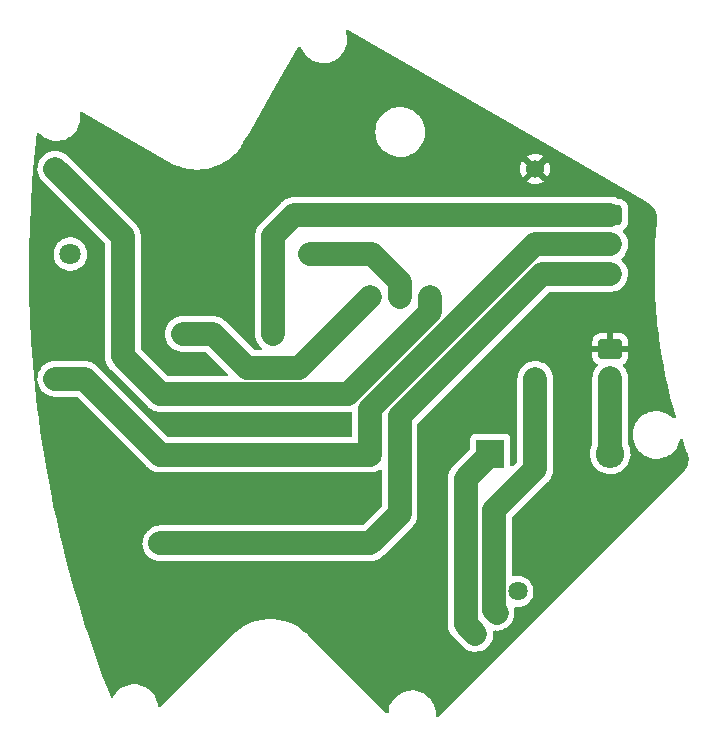
<source format=gbr>
%TF.GenerationSoftware,KiCad,Pcbnew,(6.0.5)*%
%TF.CreationDate,2022-10-17T22:26:28+09:00*%
%TF.ProjectId,kikker_PSU,6b696b6b-6572-45f5-9053-552e6b696361,rev?*%
%TF.SameCoordinates,Original*%
%TF.FileFunction,Copper,L1,Top*%
%TF.FilePolarity,Positive*%
%FSLAX46Y46*%
G04 Gerber Fmt 4.6, Leading zero omitted, Abs format (unit mm)*
G04 Created by KiCad (PCBNEW (6.0.5)) date 2022-10-17 22:26:28*
%MOMM*%
%LPD*%
G01*
G04 APERTURE LIST*
G04 Aperture macros list*
%AMRoundRect*
0 Rectangle with rounded corners*
0 $1 Rounding radius*
0 $2 $3 $4 $5 $6 $7 $8 $9 X,Y pos of 4 corners*
0 Add a 4 corners polygon primitive as box body*
4,1,4,$2,$3,$4,$5,$6,$7,$8,$9,$2,$3,0*
0 Add four circle primitives for the rounded corners*
1,1,$1+$1,$2,$3*
1,1,$1+$1,$4,$5*
1,1,$1+$1,$6,$7*
1,1,$1+$1,$8,$9*
0 Add four rect primitives between the rounded corners*
20,1,$1+$1,$2,$3,$4,$5,0*
20,1,$1+$1,$4,$5,$6,$7,0*
20,1,$1+$1,$6,$7,$8,$9,0*
20,1,$1+$1,$8,$9,$2,$3,0*%
G04 Aperture macros list end*
%TA.AperFunction,ComponentPad*%
%ADD10C,1.400000*%
%TD*%
%TA.AperFunction,ComponentPad*%
%ADD11O,1.400000X1.400000*%
%TD*%
%TA.AperFunction,ComponentPad*%
%ADD12C,1.800000*%
%TD*%
%TA.AperFunction,ComponentPad*%
%ADD13RoundRect,0.250000X-0.750000X0.600000X-0.750000X-0.600000X0.750000X-0.600000X0.750000X0.600000X0*%
%TD*%
%TA.AperFunction,ComponentPad*%
%ADD14O,2.000000X1.700000*%
%TD*%
%TA.AperFunction,ComponentPad*%
%ADD15R,2.400000X2.400000*%
%TD*%
%TA.AperFunction,ComponentPad*%
%ADD16O,2.400000X2.400000*%
%TD*%
%TA.AperFunction,ComponentPad*%
%ADD17C,1.524000*%
%TD*%
%TA.AperFunction,ComponentPad*%
%ADD18RoundRect,0.250000X-0.725000X0.600000X-0.725000X-0.600000X0.725000X-0.600000X0.725000X0.600000X0*%
%TD*%
%TA.AperFunction,ComponentPad*%
%ADD19O,1.950000X1.700000*%
%TD*%
%TA.AperFunction,ComponentPad*%
%ADD20C,1.635000*%
%TD*%
%TA.AperFunction,ComponentPad*%
%ADD21C,2.000000*%
%TD*%
%TA.AperFunction,ViaPad*%
%ADD22C,0.800000*%
%TD*%
%TA.AperFunction,Conductor*%
%ADD23C,2.000000*%
%TD*%
G04 APERTURE END LIST*
D10*
%TO.P,R2,1*%
%TO.N,Net-(Q1-Pad3)*%
X130180000Y-96520000D03*
D11*
%TO.P,R2,2*%
%TO.N,Net-(Q1-Pad1)*%
X135260000Y-96520000D03*
%TD*%
D12*
%TO.P,Q1,1,G*%
%TO.N,Net-(Q1-Pad1)*%
X151130000Y-93401000D03*
%TO.P,Q1,2,D*%
%TO.N,Net-(Q1-Pad2)*%
X153670000Y-93401000D03*
%TO.P,Q1,3,S*%
%TO.N,Net-(Q1-Pad3)*%
X156210000Y-93401000D03*
%TD*%
D13*
%TO.P,J1,1,Pin_1*%
%TO.N,GND*%
X171450000Y-97790000D03*
D14*
%TO.P,J1,2,Pin_2*%
%TO.N,Net-(D1-Pad2)*%
X171450000Y-100290000D03*
%TD*%
D10*
%TO.P,R3,1*%
%TO.N,Net-(J2-Pad1)*%
X142880000Y-96520000D03*
D11*
%TO.P,R3,2*%
%TO.N,Net-(Q1-Pad1)*%
X137800000Y-96520000D03*
%TD*%
D15*
%TO.P,D1,1,K*%
%TO.N,+12V*%
X161290000Y-106680000D03*
D16*
%TO.P,D1,2,A*%
%TO.N,Net-(D1-Pad2)*%
X171450000Y-106680000D03*
%TD*%
D17*
%TO.P,U1,1,IN+*%
%TO.N,Net-(SW1-Pad2)*%
X165100000Y-100330000D03*
%TO.P,U1,2,IN-*%
%TO.N,GND*%
X165100000Y-82550000D03*
%TO.P,U1,3,OUT+*%
%TO.N,Net-(C1-Pad1)*%
X124460000Y-100330000D03*
%TO.P,U1,4,OUT-*%
%TO.N,Net-(Q1-Pad3)*%
X124460000Y-82550000D03*
%TD*%
D12*
%TO.P,R4,1*%
%TO.N,Net-(C1-Pad2)*%
X125730000Y-89757500D03*
%TO.P,R4,2*%
%TO.N,Net-(Q1-Pad2)*%
X146050000Y-89757500D03*
%TD*%
D18*
%TO.P,J2,1,Pin_1*%
%TO.N,Net-(J2-Pad1)*%
X171450000Y-86440000D03*
D19*
%TO.P,J2,2,Pin_2*%
%TO.N,Net-(C1-Pad1)*%
X171450000Y-88940000D03*
%TO.P,J2,3,Pin_3*%
%TO.N,Net-(C1-Pad2)*%
X171450000Y-91440000D03*
%TD*%
D20*
%TO.P,SW1,1*%
%TO.N,+12V*%
X160020000Y-121920000D03*
%TO.P,SW1,2*%
%TO.N,Net-(SW1-Pad2)*%
X161816051Y-120123949D03*
%TO.P,SW1,3*%
%TO.N,N/C*%
X163612102Y-118327898D03*
%TD*%
D21*
%TO.P,C1,1*%
%TO.N,Net-(C1-Pad1)*%
X133350000Y-106740000D03*
%TO.P,C1,2*%
%TO.N,Net-(C1-Pad2)*%
X133350000Y-114240000D03*
%TD*%
%TO.P,C2,1*%
%TO.N,Net-(C1-Pad1)*%
X151130000Y-106740000D03*
%TO.P,C2,2*%
%TO.N,Net-(C1-Pad2)*%
X151130000Y-114240000D03*
%TD*%
D22*
%TO.N,GND*%
X125095000Y-97790000D03*
X125095000Y-94615000D03*
X128270000Y-113665000D03*
X154305000Y-121920000D03*
X142240000Y-117475000D03*
X161925000Y-102870000D03*
X132715000Y-86995000D03*
X154940000Y-114935000D03*
X158750000Y-102870000D03*
X136525000Y-99060000D03*
X135255000Y-121920000D03*
X137795000Y-110490000D03*
X130175000Y-121920000D03*
X140335000Y-104140000D03*
X167005000Y-116205000D03*
X168275000Y-106680000D03*
X170815000Y-111125000D03*
X145415000Y-76200000D03*
X143510000Y-104140000D03*
X145415000Y-110490000D03*
X161925000Y-99060000D03*
X139065000Y-86995000D03*
X165100000Y-112395000D03*
X161290000Y-80010000D03*
X163830000Y-97155000D03*
X145415000Y-80645000D03*
X148590000Y-110490000D03*
X128905000Y-80645000D03*
X156210000Y-106680000D03*
X149225000Y-121920000D03*
X135255000Y-110490000D03*
%TD*%
D23*
%TO.N,Net-(C1-Pad1)*%
X133350000Y-106740000D02*
X151130000Y-106740000D01*
X151130000Y-102870000D02*
X165100000Y-88900000D01*
X124460000Y-100330000D02*
X126940000Y-100330000D01*
X151130000Y-106740000D02*
X151130000Y-102870000D01*
X165140000Y-88940000D02*
X171450000Y-88940000D01*
X126940000Y-100330000D02*
X133350000Y-106740000D01*
X165100000Y-88900000D02*
X165140000Y-88940000D01*
%TO.N,Net-(C1-Pad2)*%
X171450000Y-91440000D02*
X165670592Y-91440000D01*
X153610000Y-111760000D02*
X151130000Y-114240000D01*
X133350000Y-114240000D02*
X151130000Y-114240000D01*
X153610000Y-103500592D02*
X153610000Y-111760000D01*
X165670592Y-91440000D02*
X153610000Y-103500592D01*
%TO.N,+12V*%
X159202500Y-108767500D02*
X159202500Y-121102500D01*
X161290000Y-106680000D02*
X159202500Y-108767500D01*
X159202500Y-121102500D02*
X160020000Y-121920000D01*
%TO.N,Net-(D1-Pad2)*%
X171450000Y-100290000D02*
X171450000Y-106680000D01*
%TO.N,Net-(J2-Pad1)*%
X144700000Y-86440000D02*
X171450000Y-86440000D01*
X142880000Y-88260000D02*
X144700000Y-86440000D01*
X142880000Y-96520000D02*
X142880000Y-88260000D01*
%TO.N,Net-(Q1-Pad1)*%
X151130000Y-93401000D02*
X145130520Y-99400480D01*
X145130520Y-99400480D02*
X140680480Y-99400480D01*
X140680480Y-99400480D02*
X137800000Y-96520000D01*
X135260000Y-96520000D02*
X137800000Y-96520000D01*
%TO.N,Net-(Q1-Pad2)*%
X153670000Y-92128208D02*
X153670000Y-93401000D01*
X146050000Y-89757500D02*
X151299292Y-89757500D01*
X151299292Y-89757500D02*
X153670000Y-92128208D01*
%TO.N,Net-(Q1-Pad3)*%
X124460000Y-82550000D02*
X130180000Y-88270000D01*
X156210000Y-93401000D02*
X156210000Y-94673792D01*
X133350000Y-101600000D02*
X130180000Y-98430000D01*
X156210000Y-94673792D02*
X149283792Y-101600000D01*
X130180000Y-88270000D02*
X130180000Y-96520000D01*
X149283792Y-101600000D02*
X133350000Y-101600000D01*
X130180000Y-98430000D02*
X130180000Y-96520000D01*
%TO.N,Net-(SW1-Pad2)*%
X165100000Y-107950000D02*
X165100000Y-100330000D01*
X161595091Y-111454909D02*
X165100000Y-107950000D01*
X161816051Y-120123949D02*
X161595091Y-119902989D01*
X161595091Y-119902989D02*
X161595091Y-111454909D01*
%TD*%
%TA.AperFunction,Conductor*%
%TO.N,GND*%
G36*
X149211052Y-70755725D02*
G01*
X149228059Y-70763912D01*
X165763719Y-80310779D01*
X174529804Y-85371880D01*
X174608191Y-85417137D01*
X174624229Y-85428129D01*
X174635923Y-85437548D01*
X174635927Y-85437550D01*
X174642915Y-85443179D01*
X174651203Y-85446620D01*
X174651204Y-85446621D01*
X174657172Y-85449099D01*
X174679440Y-85461095D01*
X174818974Y-85555467D01*
X174833048Y-85566519D01*
X174976643Y-85696796D01*
X174989008Y-85709730D01*
X175112698Y-85859031D01*
X175123107Y-85873588D01*
X175224399Y-86038907D01*
X175232641Y-86054790D01*
X175309494Y-86232795D01*
X175315402Y-86249686D01*
X175366260Y-86436770D01*
X175369717Y-86454327D01*
X175393562Y-86646745D01*
X175394496Y-86664614D01*
X175393288Y-86728736D01*
X175391525Y-86822274D01*
X175388388Y-86844890D01*
X175388845Y-86844973D01*
X175387978Y-86849756D01*
X175386740Y-86854474D01*
X175386127Y-86860455D01*
X175386062Y-86860715D01*
X175386073Y-86860983D01*
X175385460Y-86866961D01*
X175385715Y-86871825D01*
X175385656Y-86874195D01*
X175385330Y-86880641D01*
X175290838Y-88119626D01*
X175290799Y-88120437D01*
X175290798Y-88120447D01*
X175262780Y-88697512D01*
X175229916Y-89374368D01*
X175229898Y-89375228D01*
X175229897Y-89375257D01*
X175208573Y-90394737D01*
X175203646Y-90630314D01*
X175203652Y-90631216D01*
X175203652Y-90631220D01*
X175210981Y-91726816D01*
X175212049Y-91886506D01*
X175212078Y-91887364D01*
X175212079Y-91887392D01*
X175232662Y-92487393D01*
X175255118Y-93141988D01*
X175255171Y-93142847D01*
X175255172Y-93142863D01*
X175332768Y-94394956D01*
X175332771Y-94394992D01*
X175332821Y-94395803D01*
X175332896Y-94396644D01*
X175332897Y-94396651D01*
X175422514Y-95395319D01*
X175445098Y-95646995D01*
X175445195Y-95647816D01*
X175445198Y-95647849D01*
X175555706Y-96587249D01*
X175591863Y-96894613D01*
X175591993Y-96895505D01*
X175761326Y-98057548D01*
X175773006Y-98137705D01*
X175773154Y-98138558D01*
X175773157Y-98138574D01*
X175972252Y-99282607D01*
X175988387Y-99375323D01*
X175988559Y-99376171D01*
X175988559Y-99376172D01*
X176193604Y-100388180D01*
X176237843Y-100606526D01*
X176238028Y-100607327D01*
X176238033Y-100607348D01*
X176513193Y-101795862D01*
X176521184Y-101830376D01*
X176521398Y-101831195D01*
X176521403Y-101831217D01*
X176822779Y-102986831D01*
X176838194Y-103045939D01*
X176838437Y-103046776D01*
X176838441Y-103046790D01*
X176971996Y-103506544D01*
X176971791Y-103577540D01*
X176933235Y-103637155D01*
X176868569Y-103666462D01*
X176798325Y-103656155D01*
X176758699Y-103627464D01*
X176741397Y-103608845D01*
X176738082Y-103606131D01*
X176738078Y-103606128D01*
X176532795Y-103438106D01*
X176529477Y-103435390D01*
X176295976Y-103292301D01*
X176292040Y-103290573D01*
X176049145Y-103183949D01*
X176049141Y-103183948D01*
X176045217Y-103182225D01*
X175781838Y-103107200D01*
X175777596Y-103106596D01*
X175777590Y-103106595D01*
X175547357Y-103073828D01*
X175510715Y-103068613D01*
X175366861Y-103067860D01*
X175241149Y-103067202D01*
X175241143Y-103067202D01*
X175236863Y-103067180D01*
X175232619Y-103067739D01*
X175232615Y-103067739D01*
X175135489Y-103080526D01*
X174965350Y-103102925D01*
X174961210Y-103104058D01*
X174961208Y-103104058D01*
X174927871Y-103113178D01*
X174701200Y-103175188D01*
X174697252Y-103176872D01*
X174453254Y-103280946D01*
X174453250Y-103280948D01*
X174449302Y-103282632D01*
X174429397Y-103294545D01*
X174217997Y-103421064D01*
X174217993Y-103421067D01*
X174214315Y-103423268D01*
X174000590Y-103594494D01*
X173812080Y-103793142D01*
X173652274Y-104015536D01*
X173524129Y-104257561D01*
X173522657Y-104261584D01*
X173522655Y-104261588D01*
X173480144Y-104377755D01*
X173430015Y-104514737D01*
X173371676Y-104782307D01*
X173350189Y-105055318D01*
X173350606Y-105062556D01*
X173365954Y-105328720D01*
X173418677Y-105597453D01*
X173420064Y-105601503D01*
X173420065Y-105601508D01*
X173505995Y-105852488D01*
X173507384Y-105856544D01*
X173550569Y-105942409D01*
X173606109Y-106052837D01*
X173630432Y-106101199D01*
X173632858Y-106104728D01*
X173632861Y-106104734D01*
X173771892Y-106307023D01*
X173785546Y-106326890D01*
X173969854Y-106529443D01*
X174179947Y-106705107D01*
X174183588Y-106707391D01*
X174408296Y-106848351D01*
X174408300Y-106848353D01*
X174411936Y-106850634D01*
X174496460Y-106888798D01*
X174657617Y-106961564D01*
X174657621Y-106961566D01*
X174661529Y-106963330D01*
X174665649Y-106964550D01*
X174665648Y-106964550D01*
X174919995Y-107039891D01*
X174919999Y-107039892D01*
X174924108Y-107041109D01*
X174928342Y-107041757D01*
X174928347Y-107041758D01*
X175190570Y-107081883D01*
X175190572Y-107081883D01*
X175194812Y-107082532D01*
X175334184Y-107084722D01*
X175464343Y-107086767D01*
X175464349Y-107086767D01*
X175468634Y-107086834D01*
X175740507Y-107053934D01*
X176005399Y-106984441D01*
X176009359Y-106982801D01*
X176009364Y-106982799D01*
X176131904Y-106932041D01*
X176258408Y-106879641D01*
X176446606Y-106769667D01*
X176491151Y-106743637D01*
X176491152Y-106743636D01*
X176494854Y-106741473D01*
X176710361Y-106572494D01*
X176728615Y-106553658D01*
X176897958Y-106378909D01*
X176900941Y-106375831D01*
X176903474Y-106372383D01*
X176903478Y-106372378D01*
X177060529Y-106158578D01*
X177063067Y-106155123D01*
X177065113Y-106151355D01*
X177191690Y-105918230D01*
X177191691Y-105918228D01*
X177193740Y-105914454D01*
X177290541Y-105658277D01*
X177333516Y-105470637D01*
X177368221Y-105408701D01*
X177430902Y-105375360D01*
X177501658Y-105381199D01*
X177558025Y-105424366D01*
X177575210Y-105456993D01*
X177708835Y-105837264D01*
X177980535Y-106610467D01*
X177982902Y-106618115D01*
X177983660Y-106622165D01*
X177985659Y-106627826D01*
X177985712Y-106628091D01*
X177985837Y-106628331D01*
X177987840Y-106634002D01*
X177990974Y-106639822D01*
X177993124Y-106643815D01*
X178003256Y-106668654D01*
X178048929Y-106827106D01*
X178052652Y-106844610D01*
X178079418Y-107036638D01*
X178080623Y-107054491D01*
X178079917Y-107248364D01*
X178078581Y-107266206D01*
X178069925Y-107325159D01*
X178050415Y-107458029D01*
X178046565Y-107475504D01*
X178005558Y-107613969D01*
X177991510Y-107661402D01*
X177985225Y-107678151D01*
X177921416Y-107817257D01*
X177904387Y-107854380D01*
X177895791Y-107870073D01*
X177797529Y-108022632D01*
X177790805Y-108033071D01*
X177780073Y-108047387D01*
X177709759Y-108128475D01*
X177674237Y-108169440D01*
X177661552Y-108181108D01*
X177655229Y-108187278D01*
X177647984Y-108192570D01*
X177642515Y-108199684D01*
X177642513Y-108199686D01*
X177628572Y-108217821D01*
X177617774Y-108230122D01*
X156889771Y-128958124D01*
X156827459Y-128992150D01*
X156756644Y-128987085D01*
X156699808Y-128944538D01*
X156674997Y-128878018D01*
X156675175Y-128857829D01*
X156684073Y-128758130D01*
X156684073Y-128758121D01*
X156684293Y-128755661D01*
X156684735Y-128713500D01*
X156679842Y-128641727D01*
X156666401Y-128444555D01*
X156666400Y-128444549D01*
X156666109Y-128440278D01*
X156610574Y-128172112D01*
X156519159Y-127913965D01*
X156393555Y-127670612D01*
X156384218Y-127657326D01*
X156238550Y-127450062D01*
X156236087Y-127446557D01*
X156110266Y-127311157D01*
X156052588Y-127249088D01*
X156052585Y-127249085D01*
X156049667Y-127245945D01*
X156046352Y-127243231D01*
X156046348Y-127243228D01*
X155841065Y-127075206D01*
X155837747Y-127072490D01*
X155604246Y-126929401D01*
X155592929Y-126924433D01*
X155357415Y-126821049D01*
X155357411Y-126821048D01*
X155353487Y-126819325D01*
X155090108Y-126744300D01*
X155085866Y-126743696D01*
X155085860Y-126743695D01*
X154867452Y-126712611D01*
X154818985Y-126705713D01*
X154675131Y-126704960D01*
X154549419Y-126704302D01*
X154549413Y-126704302D01*
X154545133Y-126704280D01*
X154540889Y-126704839D01*
X154540885Y-126704839D01*
X154458259Y-126715717D01*
X154273620Y-126740025D01*
X154269480Y-126741158D01*
X154269478Y-126741158D01*
X154196550Y-126761109D01*
X154009470Y-126812288D01*
X154005522Y-126813972D01*
X153761524Y-126918046D01*
X153761520Y-126918048D01*
X153757572Y-126919732D01*
X153737667Y-126931645D01*
X153526267Y-127058164D01*
X153526263Y-127058167D01*
X153522585Y-127060368D01*
X153308860Y-127231594D01*
X153197506Y-127348936D01*
X153153811Y-127394982D01*
X153120350Y-127430242D01*
X152960544Y-127652636D01*
X152832399Y-127894661D01*
X152830927Y-127898684D01*
X152830925Y-127898688D01*
X152739756Y-128147817D01*
X152738285Y-128151837D01*
X152679946Y-128419407D01*
X152679610Y-128423677D01*
X152671345Y-128528687D01*
X152646059Y-128595029D01*
X152588921Y-128637168D01*
X152518071Y-128641727D01*
X152456638Y-128607896D01*
X145876372Y-122027631D01*
X145862825Y-122011615D01*
X145854005Y-121999227D01*
X145851182Y-121995262D01*
X145842414Y-121986278D01*
X145838527Y-121983365D01*
X145836398Y-121981496D01*
X145830246Y-121976393D01*
X145824945Y-121971535D01*
X145712328Y-121868341D01*
X145553531Y-121722830D01*
X145553523Y-121722823D01*
X145551495Y-121720965D01*
X145239159Y-121481301D01*
X144907123Y-121269771D01*
X144557916Y-121087985D01*
X144194193Y-120937326D01*
X144191573Y-120936500D01*
X144191565Y-120936497D01*
X143821353Y-120819770D01*
X143821348Y-120819769D01*
X143818723Y-120818941D01*
X143434365Y-120733731D01*
X143431646Y-120733373D01*
X143431640Y-120733372D01*
X143285598Y-120714145D01*
X143044042Y-120682344D01*
X143041293Y-120682224D01*
X143041282Y-120682223D01*
X142653474Y-120665291D01*
X142650726Y-120665171D01*
X142647978Y-120665291D01*
X142260170Y-120682223D01*
X142260159Y-120682224D01*
X142257410Y-120682344D01*
X142015854Y-120714145D01*
X141869812Y-120733372D01*
X141869806Y-120733373D01*
X141867087Y-120733731D01*
X141482729Y-120818941D01*
X141480104Y-120819769D01*
X141480099Y-120819770D01*
X141109887Y-120936497D01*
X141109879Y-120936500D01*
X141107259Y-120937326D01*
X140743536Y-121087985D01*
X140394329Y-121269771D01*
X140062293Y-121481301D01*
X139749957Y-121720965D01*
X139747929Y-121722823D01*
X139747921Y-121722830D01*
X139482559Y-121965990D01*
X139475705Y-121971535D01*
X139475727Y-121971562D01*
X139471988Y-121974686D01*
X139468021Y-121977510D01*
X139464540Y-121980907D01*
X139464536Y-121980911D01*
X139463937Y-121981496D01*
X139459038Y-121986278D01*
X139456123Y-121990167D01*
X139456119Y-121990172D01*
X139442298Y-122008613D01*
X139430567Y-122022143D01*
X133364176Y-128088535D01*
X133301864Y-128122561D01*
X133231049Y-128117496D01*
X133174213Y-128074949D01*
X133149373Y-128008010D01*
X133143753Y-127925572D01*
X133143752Y-127925566D01*
X133143461Y-127921295D01*
X133137161Y-127890871D01*
X133092335Y-127674419D01*
X133087926Y-127653129D01*
X132996511Y-127394982D01*
X132870907Y-127151629D01*
X132860934Y-127137438D01*
X132756265Y-126988509D01*
X132713439Y-126927574D01*
X132544224Y-126745477D01*
X132529940Y-126730105D01*
X132529937Y-126730102D01*
X132527019Y-126726962D01*
X132523704Y-126724248D01*
X132523700Y-126724245D01*
X132318417Y-126556223D01*
X132315099Y-126553507D01*
X132081598Y-126410418D01*
X132077662Y-126408690D01*
X131834767Y-126302066D01*
X131834763Y-126302065D01*
X131830839Y-126300342D01*
X131567460Y-126225317D01*
X131563218Y-126224713D01*
X131563212Y-126224712D01*
X131362728Y-126196179D01*
X131296337Y-126186730D01*
X131152483Y-126185977D01*
X131026771Y-126185319D01*
X131026765Y-126185319D01*
X131022485Y-126185297D01*
X131018241Y-126185856D01*
X131018237Y-126185856D01*
X130899196Y-126201528D01*
X130750972Y-126221042D01*
X130746832Y-126222175D01*
X130746830Y-126222175D01*
X130673902Y-126242126D01*
X130486822Y-126293305D01*
X130482874Y-126294989D01*
X130238876Y-126399063D01*
X130238872Y-126399065D01*
X130234924Y-126400749D01*
X130215019Y-126412662D01*
X130003619Y-126539181D01*
X130003615Y-126539184D01*
X129999937Y-126541385D01*
X129786212Y-126712611D01*
X129597702Y-126911259D01*
X129437896Y-127133653D01*
X129379880Y-127243228D01*
X129379295Y-127244332D01*
X129329742Y-127295175D01*
X129260568Y-127311157D01*
X129193734Y-127287204D01*
X129151130Y-127232611D01*
X129052415Y-126988509D01*
X129051517Y-126986223D01*
X128828769Y-126402956D01*
X128367493Y-125195099D01*
X128366654Y-125192837D01*
X127717663Y-123388698D01*
X127716854Y-123386379D01*
X127314119Y-122194366D01*
X127103125Y-121569864D01*
X127102376Y-121567572D01*
X127097680Y-121552722D01*
X126524212Y-119739571D01*
X126523494Y-119737224D01*
X125981047Y-117898229D01*
X125980375Y-117895866D01*
X125473888Y-116046700D01*
X125473262Y-116044326D01*
X125002894Y-114185567D01*
X125002315Y-114183180D01*
X124961653Y-114008222D01*
X124568283Y-112315679D01*
X124567750Y-112313281D01*
X124306974Y-111082969D01*
X124170179Y-110437585D01*
X124169697Y-110435192D01*
X123808783Y-108552213D01*
X123808344Y-108549797D01*
X123658825Y-107678156D01*
X123484184Y-106660063D01*
X123483797Y-106657669D01*
X123480861Y-106638289D01*
X123348549Y-105765154D01*
X123196532Y-104761974D01*
X123196188Y-104759542D01*
X123050924Y-103656155D01*
X122945927Y-102858624D01*
X122945635Y-102856227D01*
X122945182Y-102852171D01*
X122732469Y-100950764D01*
X122732223Y-100948346D01*
X122700792Y-100607348D01*
X122680096Y-100382817D01*
X122947514Y-100382817D01*
X122948095Y-100387837D01*
X122948095Y-100387841D01*
X122973305Y-100605718D01*
X122975415Y-100623956D01*
X123041510Y-100857532D01*
X123043644Y-100862108D01*
X123043646Y-100862114D01*
X123141962Y-101072954D01*
X123144099Y-101077536D01*
X123280544Y-101278307D01*
X123447332Y-101454681D01*
X123451358Y-101457759D01*
X123451359Y-101457760D01*
X123636154Y-101599047D01*
X123636158Y-101599050D01*
X123640174Y-101602120D01*
X123854109Y-101716831D01*
X124083631Y-101795862D01*
X124182978Y-101813022D01*
X124318926Y-101836504D01*
X124318932Y-101836505D01*
X124322836Y-101837179D01*
X124326797Y-101837359D01*
X124326798Y-101837359D01*
X124350506Y-101838436D01*
X124350525Y-101838436D01*
X124351925Y-101838500D01*
X126262969Y-101838500D01*
X126331090Y-101858502D01*
X126352064Y-101875405D01*
X132237915Y-107761256D01*
X132244620Y-107768509D01*
X132280031Y-107809969D01*
X132303855Y-107830317D01*
X132313556Y-107839539D01*
X132337332Y-107864681D01*
X132341358Y-107867759D01*
X132341359Y-107867760D01*
X132399092Y-107911900D01*
X132404394Y-107916185D01*
X132458793Y-107962647D01*
X132458803Y-107962655D01*
X132460584Y-107964176D01*
X132461533Y-107964757D01*
X132464720Y-107967470D01*
X132469051Y-107970093D01*
X132469058Y-107970098D01*
X132492824Y-107984491D01*
X132504071Y-107992163D01*
X132530174Y-108012120D01*
X132534637Y-108014513D01*
X132596151Y-108047496D01*
X132602446Y-108051109D01*
X132663037Y-108088240D01*
X132665519Y-108089268D01*
X132666864Y-108090017D01*
X132668038Y-108090605D01*
X132672358Y-108093221D01*
X132702817Y-108105527D01*
X132715158Y-108111307D01*
X132744109Y-108126831D01*
X132812188Y-108150272D01*
X132819333Y-108152979D01*
X132882406Y-108179105D01*
X132886820Y-108180165D01*
X132891569Y-108181893D01*
X132892733Y-108182258D01*
X132897429Y-108184155D01*
X132902369Y-108185277D01*
X132902368Y-108185277D01*
X132929460Y-108191432D01*
X132942559Y-108195163D01*
X132973631Y-108205862D01*
X133041739Y-108217626D01*
X133049673Y-108219262D01*
X133108476Y-108233380D01*
X133108482Y-108233381D01*
X133113289Y-108234535D01*
X133118220Y-108234923D01*
X133122887Y-108235662D01*
X133127867Y-108236621D01*
X133129216Y-108236815D01*
X133134144Y-108237935D01*
X133166953Y-108239999D01*
X133180453Y-108241585D01*
X133212836Y-108247179D01*
X133216793Y-108247359D01*
X133216796Y-108247359D01*
X133240506Y-108248436D01*
X133240525Y-108248436D01*
X133241925Y-108248500D01*
X133285771Y-108248500D01*
X133295657Y-108248888D01*
X133345070Y-108252777D01*
X133350000Y-108253165D01*
X133354932Y-108252777D01*
X133359882Y-108252777D01*
X133359882Y-108252892D01*
X133370534Y-108252809D01*
X133371357Y-108252861D01*
X133371370Y-108252861D01*
X133376413Y-108253178D01*
X133417992Y-108249101D01*
X133430288Y-108248500D01*
X151065771Y-108248500D01*
X151075657Y-108248888D01*
X151113000Y-108251827D01*
X151130000Y-108253165D01*
X151134931Y-108252777D01*
X151134935Y-108252777D01*
X151147012Y-108251827D01*
X151162604Y-108251569D01*
X151177759Y-108252257D01*
X151177766Y-108252257D01*
X151182817Y-108252486D01*
X151187837Y-108251905D01*
X151187843Y-108251905D01*
X151274504Y-108241878D01*
X151279098Y-108241431D01*
X151309754Y-108239018D01*
X151366711Y-108234535D01*
X151367790Y-108234276D01*
X151371965Y-108233940D01*
X151389971Y-108229518D01*
X151405533Y-108226718D01*
X151418926Y-108225168D01*
X151418937Y-108225166D01*
X151423956Y-108224585D01*
X151442768Y-108219262D01*
X151509975Y-108200245D01*
X151514866Y-108198967D01*
X151592783Y-108180260D01*
X151592782Y-108180260D01*
X151597594Y-108179105D01*
X151600075Y-108178077D01*
X151601553Y-108177656D01*
X151602794Y-108177243D01*
X151607706Y-108176037D01*
X151624778Y-108168791D01*
X151639689Y-108163539D01*
X151657532Y-108158490D01*
X151712927Y-108132659D01*
X151735887Y-108121953D01*
X151740918Y-108119739D01*
X151775228Y-108105527D01*
X151816963Y-108088240D01*
X151820836Y-108085867D01*
X151825425Y-108083727D01*
X151826506Y-108083162D01*
X151831156Y-108081188D01*
X151835974Y-108078154D01*
X151846846Y-108071308D01*
X151860740Y-108063733D01*
X151872951Y-108058039D01*
X151877536Y-108055901D01*
X151881717Y-108053059D01*
X151881725Y-108053055D01*
X151904678Y-108037456D01*
X151972262Y-108015710D01*
X152040874Y-108033954D01*
X152088731Y-108086397D01*
X152101500Y-108141668D01*
X152101500Y-111082969D01*
X152081498Y-111151090D01*
X152064595Y-111172064D01*
X150542064Y-112694595D01*
X150479752Y-112728621D01*
X150452969Y-112731500D01*
X133414229Y-112731500D01*
X133404343Y-112731112D01*
X133354930Y-112727223D01*
X133350000Y-112726835D01*
X133345070Y-112727223D01*
X133292290Y-112731377D01*
X133290213Y-112731500D01*
X133288999Y-112731500D01*
X133286491Y-112731702D01*
X133286486Y-112731702D01*
X133211702Y-112737719D01*
X133211483Y-112737737D01*
X133113289Y-112745465D01*
X133112210Y-112745724D01*
X133108035Y-112746060D01*
X132987922Y-112775563D01*
X132987688Y-112775619D01*
X132882406Y-112800895D01*
X132879926Y-112801922D01*
X132878457Y-112802341D01*
X132877209Y-112802756D01*
X132872294Y-112803963D01*
X132867638Y-112805939D01*
X132867636Y-112805940D01*
X132836011Y-112819365D01*
X132763536Y-112850128D01*
X132762720Y-112850471D01*
X132663037Y-112891760D01*
X132659163Y-112894134D01*
X132654592Y-112896266D01*
X132653512Y-112896831D01*
X132648844Y-112898812D01*
X132552227Y-112959655D01*
X132551042Y-112960391D01*
X132460584Y-113015824D01*
X132456816Y-113019042D01*
X132452990Y-113021822D01*
X132448813Y-113024650D01*
X132447721Y-113025467D01*
X132443433Y-113028167D01*
X132439639Y-113031512D01*
X132360422Y-113101350D01*
X132358928Y-113102646D01*
X132280031Y-113170031D01*
X132276822Y-113173788D01*
X132273317Y-113177293D01*
X132273236Y-113177212D01*
X132265764Y-113184802D01*
X132261345Y-113188698D01*
X132258130Y-113192612D01*
X132258129Y-113192613D01*
X132193189Y-113271672D01*
X132191637Y-113273526D01*
X132125824Y-113350584D01*
X132122886Y-113355379D01*
X132112821Y-113369514D01*
X132110480Y-113372364D01*
X132110475Y-113372372D01*
X132107266Y-113376278D01*
X132104724Y-113380646D01*
X132054792Y-113466437D01*
X132053361Y-113468832D01*
X132001760Y-113553037D01*
X131999868Y-113557606D01*
X131999867Y-113557607D01*
X131998514Y-113560874D01*
X131991006Y-113576033D01*
X131985159Y-113586078D01*
X131948881Y-113680586D01*
X131947659Y-113683648D01*
X131910895Y-113772406D01*
X131909739Y-113777220D01*
X131909739Y-113777221D01*
X131908248Y-113783432D01*
X131903360Y-113799174D01*
X131898167Y-113812702D01*
X131897133Y-113817652D01*
X131878085Y-113908829D01*
X131877267Y-113912476D01*
X131856619Y-113998482D01*
X131855465Y-114003289D01*
X131855077Y-114008222D01*
X131854351Y-114017440D01*
X131852078Y-114033315D01*
X131848526Y-114050320D01*
X131848297Y-114055370D01*
X131848296Y-114055375D01*
X131844206Y-114145455D01*
X131843949Y-114149608D01*
X131836835Y-114240000D01*
X131837223Y-114244931D01*
X131837223Y-114244935D01*
X131838173Y-114257012D01*
X131838431Y-114272604D01*
X131837743Y-114287759D01*
X131837743Y-114287766D01*
X131837514Y-114292817D01*
X131838095Y-114297837D01*
X131838095Y-114297843D01*
X131848122Y-114384504D01*
X131848569Y-114389098D01*
X131855465Y-114476711D01*
X131856619Y-114481517D01*
X131860113Y-114496072D01*
X131862759Y-114511002D01*
X131865415Y-114533956D01*
X131866791Y-114538818D01*
X131889755Y-114619975D01*
X131891033Y-114624866D01*
X131910895Y-114707594D01*
X131919610Y-114728634D01*
X131924436Y-114742532D01*
X131931510Y-114767532D01*
X131933646Y-114772113D01*
X131933648Y-114772118D01*
X131968047Y-114845887D01*
X131970261Y-114850918D01*
X132001760Y-114926963D01*
X132015142Y-114948800D01*
X132021904Y-114961384D01*
X132034099Y-114987536D01*
X132036941Y-114991717D01*
X132036945Y-114991725D01*
X132081070Y-115056653D01*
X132084285Y-115061632D01*
X132125824Y-115129416D01*
X132129038Y-115133179D01*
X132144318Y-115151070D01*
X132152717Y-115162076D01*
X132170544Y-115188307D01*
X132174023Y-115191985D01*
X132174023Y-115191986D01*
X132225946Y-115246893D01*
X132230209Y-115251636D01*
X132276817Y-115306207D01*
X132276824Y-115306214D01*
X132280031Y-115309969D01*
X132303855Y-115330317D01*
X132313556Y-115339539D01*
X132337332Y-115364681D01*
X132341358Y-115367759D01*
X132341359Y-115367760D01*
X132399092Y-115411900D01*
X132404394Y-115416185D01*
X132460584Y-115464176D01*
X132464798Y-115466758D01*
X132464803Y-115466762D01*
X132489720Y-115482031D01*
X132500416Y-115489368D01*
X132526158Y-115509050D01*
X132526162Y-115509053D01*
X132530174Y-115512120D01*
X132534624Y-115514506D01*
X132534627Y-115514508D01*
X132596151Y-115547496D01*
X132602446Y-115551109D01*
X132663037Y-115588240D01*
X132697253Y-115602413D01*
X132708547Y-115607763D01*
X132744109Y-115626831D01*
X132812188Y-115650272D01*
X132819333Y-115652979D01*
X132882406Y-115679105D01*
X132921182Y-115688415D01*
X132932767Y-115691792D01*
X132968842Y-115704214D01*
X132968853Y-115704217D01*
X132973631Y-115705862D01*
X133041739Y-115717626D01*
X133049673Y-115719262D01*
X133108476Y-115733380D01*
X133108482Y-115733381D01*
X133113289Y-115734535D01*
X133155884Y-115737887D01*
X133167435Y-115739337D01*
X133212836Y-115747179D01*
X133216797Y-115747359D01*
X133216798Y-115747359D01*
X133240506Y-115748436D01*
X133240525Y-115748436D01*
X133241925Y-115748500D01*
X133285771Y-115748500D01*
X133295657Y-115748888D01*
X133326736Y-115751334D01*
X133350000Y-115753165D01*
X133373265Y-115751334D01*
X133404343Y-115748888D01*
X133414229Y-115748500D01*
X151065771Y-115748500D01*
X151075657Y-115748888D01*
X151106736Y-115751334D01*
X151130000Y-115753165D01*
X151134930Y-115752777D01*
X151134940Y-115752777D01*
X151161226Y-115750708D01*
X151174623Y-115750368D01*
X151198717Y-115751041D01*
X151204152Y-115751193D01*
X151204153Y-115751193D01*
X151209205Y-115751334D01*
X151286271Y-115741051D01*
X151293046Y-115740332D01*
X151307135Y-115739223D01*
X151364376Y-115734719D01*
X151364382Y-115734718D01*
X151366711Y-115734535D01*
X151367790Y-115734276D01*
X151371965Y-115733940D01*
X151403878Y-115726101D01*
X151417258Y-115723574D01*
X151449820Y-115719229D01*
X151521499Y-115697588D01*
X151528486Y-115695697D01*
X151559210Y-115688320D01*
X151597594Y-115679105D01*
X151600075Y-115678077D01*
X151601553Y-115677656D01*
X151602794Y-115677243D01*
X151607706Y-115676037D01*
X151637952Y-115663199D01*
X151650763Y-115658561D01*
X151677362Y-115650530D01*
X151682208Y-115649067D01*
X151746894Y-115617518D01*
X151753911Y-115614357D01*
X151812381Y-115590138D01*
X151812382Y-115590137D01*
X151816963Y-115588240D01*
X151820836Y-115585867D01*
X151825425Y-115583727D01*
X151826507Y-115583161D01*
X151831156Y-115581188D01*
X151858956Y-115563681D01*
X151870860Y-115557055D01*
X151900388Y-115542654D01*
X151956856Y-115502820D01*
X151963618Y-115498369D01*
X152019416Y-115464176D01*
X152023182Y-115460959D01*
X152027010Y-115458178D01*
X152031190Y-115455349D01*
X152032288Y-115454527D01*
X152036567Y-115451833D01*
X152040358Y-115448491D01*
X152040367Y-115448484D01*
X152061217Y-115430102D01*
X152071912Y-115421656D01*
X152074863Y-115419574D01*
X152098747Y-115402726D01*
X152120250Y-115383091D01*
X152151256Y-115352085D01*
X152158509Y-115345380D01*
X152199969Y-115309969D01*
X152203186Y-115306203D01*
X152206686Y-115302703D01*
X152206768Y-115302785D01*
X152214236Y-115295198D01*
X152218655Y-115291302D01*
X152245179Y-115259011D01*
X152253449Y-115249892D01*
X154659666Y-112843675D01*
X154662188Y-112841221D01*
X154731012Y-112776138D01*
X154731014Y-112776135D01*
X154734681Y-112772668D01*
X154782411Y-112710239D01*
X154786552Y-112705108D01*
X154834191Y-112649133D01*
X154834192Y-112649132D01*
X154837470Y-112645280D01*
X154840089Y-112640955D01*
X154840093Y-112640950D01*
X154854491Y-112617176D01*
X154862163Y-112605929D01*
X154882120Y-112579826D01*
X154919243Y-112510592D01*
X154922507Y-112504868D01*
X154960601Y-112441968D01*
X154963221Y-112437642D01*
X154965116Y-112432953D01*
X154965119Y-112432946D01*
X154975533Y-112407172D01*
X154981312Y-112394836D01*
X154994440Y-112370351D01*
X154994442Y-112370347D01*
X154996831Y-112365891D01*
X155022405Y-112291619D01*
X155024715Y-112285439D01*
X155052263Y-112217257D01*
X155052264Y-112217254D01*
X155054156Y-112212571D01*
X155061436Y-112180529D01*
X155065169Y-112167425D01*
X155074216Y-112141149D01*
X155075862Y-112136369D01*
X155076722Y-112131389D01*
X155076725Y-112131378D01*
X155089238Y-112058935D01*
X155090530Y-112052467D01*
X155106815Y-111980788D01*
X155106816Y-111980779D01*
X155107935Y-111975855D01*
X155109999Y-111943049D01*
X155111586Y-111929545D01*
X155117179Y-111897164D01*
X155118500Y-111868075D01*
X155118500Y-111811892D01*
X155118749Y-111803980D01*
X155122860Y-111738641D01*
X155123178Y-111733587D01*
X155119101Y-111692006D01*
X155118500Y-111679711D01*
X155118500Y-108793913D01*
X157689322Y-108793913D01*
X157689816Y-108798948D01*
X157693399Y-108835492D01*
X157694000Y-108847788D01*
X157694000Y-121078484D01*
X157693951Y-121082002D01*
X157691166Y-121181705D01*
X157691835Y-121186719D01*
X157701558Y-121259586D01*
X157702258Y-121266139D01*
X157702670Y-121271252D01*
X157706797Y-121322549D01*
X157708560Y-121344465D01*
X157716397Y-121376370D01*
X157718926Y-121389758D01*
X157723271Y-121422320D01*
X157724732Y-121427161D01*
X157724733Y-121427163D01*
X157745978Y-121497529D01*
X157747719Y-121503890D01*
X157766463Y-121580206D01*
X157768441Y-121584866D01*
X157779301Y-121610451D01*
X157783938Y-121623261D01*
X157793433Y-121654708D01*
X157795651Y-121659256D01*
X157795654Y-121659263D01*
X157827871Y-121725318D01*
X157830607Y-121731320D01*
X157861312Y-121803656D01*
X157864004Y-121807930D01*
X157878819Y-121831456D01*
X157885445Y-121843360D01*
X157899846Y-121872888D01*
X157902765Y-121877025D01*
X157902765Y-121877026D01*
X157945141Y-121937097D01*
X157948801Y-121942586D01*
X157974178Y-121982883D01*
X157990667Y-122009067D01*
X157994008Y-122012856D01*
X157994012Y-122012862D01*
X158012398Y-122033717D01*
X158020844Y-122044412D01*
X158039774Y-122071247D01*
X158042444Y-122074171D01*
X158055460Y-122088425D01*
X158059409Y-122092750D01*
X158099125Y-122132466D01*
X158104544Y-122138236D01*
X158147850Y-122187358D01*
X158147853Y-122187361D01*
X158151198Y-122191155D01*
X158155106Y-122194365D01*
X158155107Y-122194366D01*
X158183489Y-122217679D01*
X158192608Y-122225949D01*
X158996464Y-123029805D01*
X158998374Y-123031431D01*
X158998381Y-123031437D01*
X159130868Y-123144192D01*
X159134720Y-123147470D01*
X159342358Y-123273221D01*
X159347047Y-123275115D01*
X159347046Y-123275115D01*
X159562733Y-123362259D01*
X159562736Y-123362260D01*
X159567429Y-123364156D01*
X159717907Y-123398343D01*
X159799210Y-123416814D01*
X159799212Y-123416814D01*
X159804145Y-123417935D01*
X159809195Y-123418253D01*
X159809197Y-123418253D01*
X160041359Y-123432860D01*
X160046413Y-123433178D01*
X160288002Y-123409490D01*
X160292893Y-123408198D01*
X160292897Y-123408197D01*
X160517808Y-123348773D01*
X160517814Y-123348771D01*
X160522696Y-123347481D01*
X160744456Y-123248747D01*
X160749558Y-123245408D01*
X160943342Y-123118600D01*
X160943345Y-123118598D01*
X160947579Y-123115827D01*
X161039998Y-123031437D01*
X161123101Y-122955554D01*
X161123105Y-122955550D01*
X161126837Y-122952142D01*
X161277619Y-122761902D01*
X161293919Y-122732738D01*
X161393580Y-122554416D01*
X161393582Y-122554412D01*
X161396046Y-122550003D01*
X161437434Y-122436292D01*
X161477338Y-122326658D01*
X161477340Y-122326651D01*
X161479071Y-122321895D01*
X161524556Y-122083447D01*
X161531334Y-121840795D01*
X161521582Y-121767709D01*
X161532399Y-121697542D01*
X161579434Y-121644361D01*
X161654387Y-121625294D01*
X161837409Y-121636809D01*
X161837410Y-121636809D01*
X161842464Y-121637127D01*
X162084053Y-121613439D01*
X162088944Y-121612147D01*
X162088948Y-121612146D01*
X162313859Y-121552722D01*
X162313865Y-121552720D01*
X162318747Y-121551430D01*
X162540507Y-121452696D01*
X162579526Y-121427163D01*
X162739393Y-121322549D01*
X162739396Y-121322547D01*
X162743630Y-121319776D01*
X162796771Y-121271252D01*
X162919152Y-121159503D01*
X162919156Y-121159499D01*
X162922888Y-121156091D01*
X162983000Y-121080248D01*
X163070526Y-120969818D01*
X163070527Y-120969816D01*
X163073670Y-120965851D01*
X163089613Y-120937326D01*
X163189631Y-120758365D01*
X163189633Y-120758361D01*
X163192097Y-120753952D01*
X163233485Y-120640241D01*
X163273389Y-120530607D01*
X163273391Y-120530600D01*
X163275122Y-120525844D01*
X163320607Y-120287396D01*
X163327385Y-120044744D01*
X163295280Y-119804129D01*
X163293816Y-119799279D01*
X163292873Y-119794918D01*
X163298027Y-119724109D01*
X163340645Y-119667327D01*
X163407196Y-119642600D01*
X163427005Y-119642769D01*
X163612102Y-119658963D01*
X163843239Y-119638741D01*
X163848552Y-119637317D01*
X163848554Y-119637317D01*
X164062043Y-119580113D01*
X164062045Y-119580112D01*
X164067353Y-119578690D01*
X164072335Y-119576367D01*
X164272648Y-119482960D01*
X164272653Y-119482957D01*
X164277635Y-119480634D01*
X164383824Y-119406279D01*
X164463183Y-119350712D01*
X164463186Y-119350710D01*
X164467694Y-119347553D01*
X164631757Y-119183490D01*
X164764838Y-118993430D01*
X164862894Y-118783149D01*
X164922945Y-118559035D01*
X164943167Y-118327898D01*
X164922945Y-118096761D01*
X164869434Y-117897053D01*
X164864317Y-117877957D01*
X164864316Y-117877955D01*
X164862894Y-117872647D01*
X164764838Y-117662366D01*
X164631757Y-117472306D01*
X164467694Y-117308243D01*
X164463186Y-117305086D01*
X164463183Y-117305084D01*
X164383824Y-117249517D01*
X164277635Y-117175162D01*
X164272653Y-117172839D01*
X164272648Y-117172836D01*
X164072335Y-117079429D01*
X164072334Y-117079428D01*
X164067353Y-117077106D01*
X164062045Y-117075684D01*
X164062043Y-117075683D01*
X163848554Y-117018479D01*
X163848552Y-117018479D01*
X163843239Y-117017055D01*
X163612102Y-116996833D01*
X163380965Y-117017055D01*
X163375652Y-117018479D01*
X163375650Y-117018479D01*
X163262202Y-117048877D01*
X163191225Y-117047187D01*
X163132430Y-117007393D01*
X163104482Y-116942128D01*
X163103591Y-116927170D01*
X163103591Y-112131940D01*
X163123593Y-112063819D01*
X163140496Y-112042845D01*
X166149666Y-109033675D01*
X166152188Y-109031221D01*
X166221012Y-108966138D01*
X166221014Y-108966135D01*
X166224681Y-108962668D01*
X166272411Y-108900239D01*
X166276552Y-108895108D01*
X166324191Y-108839133D01*
X166324192Y-108839132D01*
X166327470Y-108835280D01*
X166330089Y-108830955D01*
X166330093Y-108830950D01*
X166344491Y-108807176D01*
X166352163Y-108795929D01*
X166372120Y-108769826D01*
X166409243Y-108700592D01*
X166412507Y-108694868D01*
X166450602Y-108631966D01*
X166453221Y-108627642D01*
X166465528Y-108597181D01*
X166471308Y-108584841D01*
X166486831Y-108555891D01*
X166488930Y-108549797D01*
X166512412Y-108481599D01*
X166514722Y-108475421D01*
X166542258Y-108407266D01*
X166544155Y-108402571D01*
X166551432Y-108370539D01*
X166555163Y-108357441D01*
X166565862Y-108326369D01*
X166579243Y-108248900D01*
X166580526Y-108242482D01*
X166580664Y-108241878D01*
X166597935Y-108165856D01*
X166599999Y-108133047D01*
X166601585Y-108119547D01*
X166607179Y-108087164D01*
X166607359Y-108083204D01*
X166608436Y-108059494D01*
X166608436Y-108059475D01*
X166608500Y-108058075D01*
X166608500Y-108001892D01*
X166608749Y-107993980D01*
X166609660Y-107979509D01*
X166613178Y-107923587D01*
X166609101Y-107882008D01*
X166608500Y-107869712D01*
X166608500Y-106635151D01*
X169737296Y-106635151D01*
X169737520Y-106639817D01*
X169737520Y-106639822D01*
X169738435Y-106658868D01*
X169749480Y-106888798D01*
X169764548Y-106964550D01*
X169795360Y-107119450D01*
X169799021Y-107137857D01*
X169800600Y-107142255D01*
X169800602Y-107142262D01*
X169845022Y-107265980D01*
X169884831Y-107376858D01*
X169887048Y-107380984D01*
X169928446Y-107458029D01*
X170005025Y-107600551D01*
X170007820Y-107604294D01*
X170007822Y-107604297D01*
X170154171Y-107800282D01*
X170154176Y-107800288D01*
X170156963Y-107804020D01*
X170160272Y-107807300D01*
X170160277Y-107807306D01*
X170333990Y-107979509D01*
X170337307Y-107982797D01*
X170341069Y-107985555D01*
X170341072Y-107985558D01*
X170490491Y-108095116D01*
X170542094Y-108132953D01*
X170546229Y-108135129D01*
X170546233Y-108135131D01*
X170632652Y-108180598D01*
X170766827Y-108251191D01*
X170771698Y-108252892D01*
X170995804Y-108331153D01*
X171006568Y-108334912D01*
X171256050Y-108382278D01*
X171376532Y-108387011D01*
X171505125Y-108392064D01*
X171505130Y-108392064D01*
X171509793Y-108392247D01*
X171608774Y-108381407D01*
X171757569Y-108365112D01*
X171757575Y-108365111D01*
X171762222Y-108364602D01*
X171829231Y-108346960D01*
X172003273Y-108301138D01*
X172007793Y-108299948D01*
X172127543Y-108248500D01*
X172236807Y-108201557D01*
X172236810Y-108201555D01*
X172241110Y-108199708D01*
X172245090Y-108197245D01*
X172245094Y-108197243D01*
X172453064Y-108068547D01*
X172453066Y-108068545D01*
X172457047Y-108066082D01*
X172474734Y-108051109D01*
X172647289Y-107905031D01*
X172647291Y-107905029D01*
X172650862Y-107902006D01*
X172818295Y-107711084D01*
X172832193Y-107689478D01*
X172953141Y-107501442D01*
X172955669Y-107497512D01*
X173059967Y-107265980D01*
X173128896Y-107021575D01*
X173146744Y-106881283D01*
X173160545Y-106772798D01*
X173160545Y-106772792D01*
X173160943Y-106769667D01*
X173163291Y-106680000D01*
X173159434Y-106628091D01*
X173144818Y-106431411D01*
X173144817Y-106431407D01*
X173144472Y-106426759D01*
X173121074Y-106323353D01*
X173089459Y-106183639D01*
X173088428Y-106179082D01*
X173086735Y-106174728D01*
X172998084Y-105946762D01*
X172998083Y-105946760D01*
X172996391Y-105942409D01*
X172975106Y-105905167D01*
X172958500Y-105842646D01*
X172958500Y-100388180D01*
X172959592Y-100371625D01*
X172961198Y-100359511D01*
X172961198Y-100359506D01*
X172961898Y-100354226D01*
X172958589Y-100266083D01*
X172958500Y-100261357D01*
X172958500Y-100228999D01*
X172958299Y-100226495D01*
X172958298Y-100226481D01*
X172956273Y-100201314D01*
X172955956Y-100195939D01*
X172953449Y-100129173D01*
X172953249Y-100123842D01*
X172952154Y-100118623D01*
X172952153Y-100118615D01*
X172949682Y-100106837D01*
X172947403Y-100091072D01*
X172944346Y-100053076D01*
X172944345Y-100053071D01*
X172943940Y-100048035D01*
X172931461Y-99997227D01*
X172887244Y-99817208D01*
X172886037Y-99812294D01*
X172791188Y-99588844D01*
X172689717Y-99427712D01*
X172664528Y-99387712D01*
X172664526Y-99387709D01*
X172661833Y-99383433D01*
X172658492Y-99379643D01*
X172658488Y-99379638D01*
X172539315Y-99244462D01*
X172509270Y-99180136D01*
X172518771Y-99109778D01*
X172567526Y-99053993D01*
X172667807Y-98991937D01*
X172679208Y-98982901D01*
X172793739Y-98868171D01*
X172802751Y-98856760D01*
X172887816Y-98718757D01*
X172893963Y-98705576D01*
X172945138Y-98551290D01*
X172948005Y-98537914D01*
X172957672Y-98443562D01*
X172958000Y-98437146D01*
X172958000Y-98062115D01*
X172953525Y-98046876D01*
X172952135Y-98045671D01*
X172944452Y-98044000D01*
X169960116Y-98044000D01*
X169944877Y-98048475D01*
X169943672Y-98049865D01*
X169942001Y-98057548D01*
X169942001Y-98437095D01*
X169942338Y-98443614D01*
X169952257Y-98539206D01*
X169955149Y-98552600D01*
X170006588Y-98706784D01*
X170012761Y-98719962D01*
X170098063Y-98857807D01*
X170107099Y-98869208D01*
X170221829Y-98983739D01*
X170233243Y-98992753D01*
X170331508Y-99053324D01*
X170379002Y-99106096D01*
X170390426Y-99176167D01*
X170362152Y-99241291D01*
X170351966Y-99252132D01*
X170329005Y-99273845D01*
X170328997Y-99273854D01*
X170325319Y-99277332D01*
X170322241Y-99281358D01*
X170322240Y-99281359D01*
X170180953Y-99466154D01*
X170180950Y-99466158D01*
X170177880Y-99470174D01*
X170063169Y-99684109D01*
X170019031Y-99812294D01*
X169986196Y-99907655D01*
X169984138Y-99913631D01*
X169983277Y-99918614D01*
X169983276Y-99918619D01*
X169972732Y-99979669D01*
X169970994Y-99986892D01*
X169971122Y-99986920D01*
X169969977Y-99992126D01*
X169968393Y-99997227D01*
X169967692Y-100002517D01*
X169967691Y-100002521D01*
X169964410Y-100027280D01*
X169963663Y-100032172D01*
X169942821Y-100152836D01*
X169941500Y-100181925D01*
X169941500Y-100191820D01*
X169940408Y-100208375D01*
X169938102Y-100225774D01*
X169938302Y-100231103D01*
X169938302Y-100231105D01*
X169941411Y-100313916D01*
X169941500Y-100318643D01*
X169941500Y-105837264D01*
X169927767Y-105894466D01*
X169925870Y-105898188D01*
X169923447Y-105902182D01*
X169921640Y-105906490D01*
X169921640Y-105906491D01*
X169841599Y-106097368D01*
X169825246Y-106136365D01*
X169824095Y-106140897D01*
X169824094Y-106140900D01*
X169815503Y-106174728D01*
X169762738Y-106382490D01*
X169737296Y-106635151D01*
X166608500Y-106635151D01*
X166608500Y-100268999D01*
X166608298Y-100266486D01*
X166594346Y-100093076D01*
X166594345Y-100093071D01*
X166593940Y-100088035D01*
X166585727Y-100054595D01*
X166537244Y-99857208D01*
X166536037Y-99852294D01*
X166441188Y-99628844D01*
X166336606Y-99462771D01*
X166314528Y-99427712D01*
X166314526Y-99427709D01*
X166311833Y-99423433D01*
X166231477Y-99332286D01*
X166154650Y-99245142D01*
X166154647Y-99245139D01*
X166151302Y-99241345D01*
X166084346Y-99186347D01*
X165967628Y-99090474D01*
X165967625Y-99090472D01*
X165963722Y-99087266D01*
X165846763Y-99019194D01*
X165758290Y-98967701D01*
X165758288Y-98967700D01*
X165753922Y-98965159D01*
X165716419Y-98950763D01*
X165532022Y-98879980D01*
X165532018Y-98879979D01*
X165527298Y-98878167D01*
X165522348Y-98877133D01*
X165522345Y-98877132D01*
X165294631Y-98829560D01*
X165294627Y-98829560D01*
X165289680Y-98828526D01*
X165047183Y-98817514D01*
X165042163Y-98818095D01*
X165042159Y-98818095D01*
X164811071Y-98844833D01*
X164811067Y-98844834D01*
X164806044Y-98845415D01*
X164801180Y-98846791D01*
X164801177Y-98846792D01*
X164702079Y-98874834D01*
X164572468Y-98911510D01*
X164567892Y-98913644D01*
X164567886Y-98913646D01*
X164357046Y-99011962D01*
X164357042Y-99011964D01*
X164352464Y-99014099D01*
X164151693Y-99150544D01*
X163975319Y-99317332D01*
X163972241Y-99321358D01*
X163972240Y-99321359D01*
X163830953Y-99506154D01*
X163830950Y-99506158D01*
X163827880Y-99510174D01*
X163825490Y-99514632D01*
X163825489Y-99514633D01*
X163785697Y-99588844D01*
X163713169Y-99724109D01*
X163634138Y-99953631D01*
X163623047Y-100017842D01*
X163594706Y-100181925D01*
X163592821Y-100192836D01*
X163591500Y-100221925D01*
X163591500Y-107272969D01*
X163571498Y-107341090D01*
X163554595Y-107362064D01*
X163213595Y-107703064D01*
X163151283Y-107737090D01*
X163080468Y-107732025D01*
X163023632Y-107689478D01*
X162998821Y-107622958D01*
X162998500Y-107613969D01*
X162998500Y-105431866D01*
X162991745Y-105369684D01*
X162940615Y-105233295D01*
X162853261Y-105116739D01*
X162736705Y-105029385D01*
X162600316Y-104978255D01*
X162538134Y-104971500D01*
X160041866Y-104971500D01*
X159979684Y-104978255D01*
X159843295Y-105029385D01*
X159726739Y-105116739D01*
X159639385Y-105233295D01*
X159588255Y-105369684D01*
X159581500Y-105431866D01*
X159581500Y-106202969D01*
X159561498Y-106271090D01*
X159544595Y-106292064D01*
X158152834Y-107683825D01*
X158150312Y-107686279D01*
X158096581Y-107737090D01*
X158077819Y-107754832D01*
X158067354Y-107768520D01*
X158030092Y-107817257D01*
X158025948Y-107822392D01*
X157980427Y-107875879D01*
X157975030Y-107882220D01*
X157972411Y-107886545D01*
X157972407Y-107886550D01*
X157958009Y-107910324D01*
X157950337Y-107921571D01*
X157930380Y-107947674D01*
X157927990Y-107952132D01*
X157927989Y-107952133D01*
X157922053Y-107963204D01*
X157893900Y-108015710D01*
X157893261Y-108016901D01*
X157889996Y-108022626D01*
X157849279Y-108089858D01*
X157836973Y-108120317D01*
X157831193Y-108132658D01*
X157815669Y-108161609D01*
X157814023Y-108166390D01*
X157814021Y-108166394D01*
X157790088Y-108235901D01*
X157787778Y-108242079D01*
X157783299Y-108253165D01*
X157758345Y-108314929D01*
X157757223Y-108319868D01*
X157751068Y-108346960D01*
X157747337Y-108360059D01*
X157736638Y-108391131D01*
X157723257Y-108468600D01*
X157721977Y-108475004D01*
X157704565Y-108551644D01*
X157702501Y-108584453D01*
X157700915Y-108597953D01*
X157695321Y-108630336D01*
X157694000Y-108659425D01*
X157694000Y-108715608D01*
X157693751Y-108723519D01*
X157689322Y-108793913D01*
X155118500Y-108793913D01*
X155118500Y-104177623D01*
X155138502Y-104109502D01*
X155155405Y-104088528D01*
X161726048Y-97517885D01*
X169942000Y-97517885D01*
X169946475Y-97533124D01*
X169947865Y-97534329D01*
X169955548Y-97536000D01*
X171177885Y-97536000D01*
X171193124Y-97531525D01*
X171194329Y-97530135D01*
X171196000Y-97522452D01*
X171196000Y-97517885D01*
X171704000Y-97517885D01*
X171708475Y-97533124D01*
X171709865Y-97534329D01*
X171717548Y-97536000D01*
X172939884Y-97536000D01*
X172955123Y-97531525D01*
X172956328Y-97530135D01*
X172957999Y-97522452D01*
X172957999Y-97142905D01*
X172957662Y-97136386D01*
X172947743Y-97040794D01*
X172944851Y-97027400D01*
X172893412Y-96873216D01*
X172887239Y-96860038D01*
X172801937Y-96722193D01*
X172792901Y-96710792D01*
X172678171Y-96596261D01*
X172666760Y-96587249D01*
X172528757Y-96502184D01*
X172515576Y-96496037D01*
X172361290Y-96444862D01*
X172347914Y-96441995D01*
X172253562Y-96432328D01*
X172247145Y-96432000D01*
X171722115Y-96432000D01*
X171706876Y-96436475D01*
X171705671Y-96437865D01*
X171704000Y-96445548D01*
X171704000Y-97517885D01*
X171196000Y-97517885D01*
X171196000Y-96450116D01*
X171191525Y-96434877D01*
X171190135Y-96433672D01*
X171182452Y-96432001D01*
X170652905Y-96432001D01*
X170646386Y-96432338D01*
X170550794Y-96442257D01*
X170537400Y-96445149D01*
X170383216Y-96496588D01*
X170370038Y-96502761D01*
X170232193Y-96588063D01*
X170220792Y-96597099D01*
X170106261Y-96711829D01*
X170097249Y-96723240D01*
X170012184Y-96861243D01*
X170006037Y-96874424D01*
X169954862Y-97028710D01*
X169951995Y-97042086D01*
X169942328Y-97136438D01*
X169942000Y-97142855D01*
X169942000Y-97517885D01*
X161726048Y-97517885D01*
X166258528Y-92985405D01*
X166320840Y-92951379D01*
X166347623Y-92948500D01*
X171511001Y-92948500D01*
X171513509Y-92948298D01*
X171513514Y-92948298D01*
X171686924Y-92934346D01*
X171686929Y-92934345D01*
X171691965Y-92933940D01*
X171696873Y-92932734D01*
X171696876Y-92932734D01*
X171922792Y-92877244D01*
X171927706Y-92876037D01*
X171932358Y-92874062D01*
X171932362Y-92874061D01*
X172146498Y-92783165D01*
X172151156Y-92781188D01*
X172272931Y-92704502D01*
X172352288Y-92654528D01*
X172352291Y-92654526D01*
X172356567Y-92651833D01*
X172402166Y-92611633D01*
X172534858Y-92494650D01*
X172534861Y-92494647D01*
X172538655Y-92491302D01*
X172541866Y-92487393D01*
X172689526Y-92307628D01*
X172689528Y-92307625D01*
X172692734Y-92303722D01*
X172784285Y-92146422D01*
X172812299Y-92098290D01*
X172812300Y-92098288D01*
X172814841Y-92093922D01*
X172861979Y-91971122D01*
X172900020Y-91872022D01*
X172900021Y-91872018D01*
X172901833Y-91867298D01*
X172902868Y-91862345D01*
X172950440Y-91634631D01*
X172950440Y-91634627D01*
X172951474Y-91629680D01*
X172962486Y-91387183D01*
X172960747Y-91372153D01*
X172935167Y-91151071D01*
X172935166Y-91151067D01*
X172934585Y-91146044D01*
X172932859Y-91139942D01*
X172869866Y-90917331D01*
X172868490Y-90912468D01*
X172866356Y-90907892D01*
X172866354Y-90907886D01*
X172768038Y-90697046D01*
X172768036Y-90697042D01*
X172765901Y-90692464D01*
X172629456Y-90491693D01*
X172462668Y-90315319D01*
X172428392Y-90289113D01*
X172386424Y-90231848D01*
X172382079Y-90160985D01*
X172421596Y-90094503D01*
X172534858Y-89994650D01*
X172534861Y-89994647D01*
X172538655Y-89991302D01*
X172541866Y-89987393D01*
X172689526Y-89807628D01*
X172689528Y-89807625D01*
X172692734Y-89803722D01*
X172814841Y-89593922D01*
X172876802Y-89432506D01*
X172900020Y-89372022D01*
X172900021Y-89372018D01*
X172901833Y-89367298D01*
X172914421Y-89307044D01*
X172950440Y-89134631D01*
X172950440Y-89134627D01*
X172951474Y-89129680D01*
X172962486Y-88887183D01*
X172961905Y-88882159D01*
X172935167Y-88651071D01*
X172935166Y-88651067D01*
X172934585Y-88646044D01*
X172917338Y-88585092D01*
X172869866Y-88417331D01*
X172868490Y-88412468D01*
X172866356Y-88407892D01*
X172866354Y-88407886D01*
X172768038Y-88197046D01*
X172768036Y-88197042D01*
X172765901Y-88192464D01*
X172746282Y-88163595D01*
X172665102Y-88044144D01*
X172629456Y-87991693D01*
X172625977Y-87988014D01*
X172625973Y-87988009D01*
X172532331Y-87888985D01*
X172500059Y-87825747D01*
X172507099Y-87755100D01*
X172551216Y-87699475D01*
X172557541Y-87695290D01*
X172649348Y-87638478D01*
X172774305Y-87513303D01*
X172782744Y-87499612D01*
X172863275Y-87368968D01*
X172863276Y-87368966D01*
X172867115Y-87362738D01*
X172922797Y-87194861D01*
X172926900Y-87154821D01*
X172933172Y-87093598D01*
X172933500Y-87090400D01*
X172933500Y-86728736D01*
X172936163Y-86702970D01*
X172950439Y-86634634D01*
X172951474Y-86629680D01*
X172962486Y-86387183D01*
X172934585Y-86146044D01*
X172935038Y-86145992D01*
X172933500Y-86130299D01*
X172933500Y-85789600D01*
X172925213Y-85709730D01*
X172923238Y-85690692D01*
X172923237Y-85690688D01*
X172922526Y-85683834D01*
X172866550Y-85516054D01*
X172773478Y-85365652D01*
X172648303Y-85240695D01*
X172642072Y-85236854D01*
X172503968Y-85151725D01*
X172503966Y-85151724D01*
X172497738Y-85147885D01*
X172402569Y-85116319D01*
X172336389Y-85094368D01*
X172336387Y-85094368D01*
X172329861Y-85092203D01*
X172323025Y-85091503D01*
X172323022Y-85091502D01*
X172279969Y-85087091D01*
X172225400Y-85081500D01*
X172140376Y-85081500D01*
X172080836Y-85066545D01*
X172055891Y-85053169D01*
X171826369Y-84974138D01*
X171709184Y-84953897D01*
X171591074Y-84933496D01*
X171591068Y-84933495D01*
X171587164Y-84932821D01*
X171583203Y-84932641D01*
X171583202Y-84932641D01*
X171559494Y-84931564D01*
X171559475Y-84931564D01*
X171558075Y-84931500D01*
X144724016Y-84931500D01*
X144720498Y-84931451D01*
X144625850Y-84928807D01*
X144625847Y-84928807D01*
X144620795Y-84928666D01*
X144542902Y-84939059D01*
X144536361Y-84939758D01*
X144507668Y-84942067D01*
X144463077Y-84945654D01*
X144463073Y-84945655D01*
X144458035Y-84946060D01*
X144426122Y-84953899D01*
X144412742Y-84956426D01*
X144380180Y-84960771D01*
X144375339Y-84962232D01*
X144375337Y-84962233D01*
X144304971Y-84983478D01*
X144298610Y-84985219D01*
X144222294Y-85003963D01*
X144217634Y-85005941D01*
X144192049Y-85016801D01*
X144179239Y-85021438D01*
X144147792Y-85030933D01*
X144143244Y-85033151D01*
X144143237Y-85033154D01*
X144077182Y-85065371D01*
X144071180Y-85068107D01*
X144039629Y-85081500D01*
X143998844Y-85098812D01*
X143974532Y-85114123D01*
X143971044Y-85116319D01*
X143959140Y-85122945D01*
X143929612Y-85137346D01*
X143925475Y-85140265D01*
X143925474Y-85140265D01*
X143865403Y-85182641D01*
X143859914Y-85186301D01*
X143797714Y-85225471D01*
X143793433Y-85228167D01*
X143789644Y-85231508D01*
X143789638Y-85231512D01*
X143768783Y-85249898D01*
X143758088Y-85258344D01*
X143731253Y-85277274D01*
X143709750Y-85296909D01*
X143670034Y-85336625D01*
X143664264Y-85342044D01*
X143615142Y-85385350D01*
X143615139Y-85385353D01*
X143611345Y-85388698D01*
X143608135Y-85392606D01*
X143608134Y-85392607D01*
X143584821Y-85420989D01*
X143576551Y-85430108D01*
X141830334Y-87176325D01*
X141827812Y-87178779D01*
X141766003Y-87237229D01*
X141755319Y-87247332D01*
X141752252Y-87251344D01*
X141707592Y-87309757D01*
X141703448Y-87314892D01*
X141658493Y-87367714D01*
X141652530Y-87374720D01*
X141649911Y-87379045D01*
X141649907Y-87379050D01*
X141635509Y-87402824D01*
X141627837Y-87414071D01*
X141607880Y-87440174D01*
X141605490Y-87444632D01*
X141605489Y-87444633D01*
X141570761Y-87509401D01*
X141567496Y-87515126D01*
X141526779Y-87582358D01*
X141524884Y-87587049D01*
X141514473Y-87612817D01*
X141508693Y-87625158D01*
X141493169Y-87654109D01*
X141491523Y-87658890D01*
X141491521Y-87658894D01*
X141467588Y-87728401D01*
X141465278Y-87734579D01*
X141456987Y-87755100D01*
X141435845Y-87807429D01*
X141431683Y-87825747D01*
X141428568Y-87839460D01*
X141424837Y-87852559D01*
X141414138Y-87883631D01*
X141400757Y-87961100D01*
X141399477Y-87967504D01*
X141382065Y-88044144D01*
X141380001Y-88076953D01*
X141378415Y-88090453D01*
X141372821Y-88122836D01*
X141371500Y-88151925D01*
X141371500Y-88208108D01*
X141371251Y-88216019D01*
X141366822Y-88286413D01*
X141370259Y-88321463D01*
X141370899Y-88327992D01*
X141371500Y-88340288D01*
X141371500Y-96581001D01*
X141371702Y-96583509D01*
X141371702Y-96583514D01*
X141381943Y-96710792D01*
X141386060Y-96761965D01*
X141387266Y-96766873D01*
X141387266Y-96766876D01*
X141413682Y-96874424D01*
X141443963Y-96997706D01*
X141445938Y-97002358D01*
X141445939Y-97002362D01*
X141465113Y-97047532D01*
X141538812Y-97221156D01*
X141668167Y-97426567D01*
X141708207Y-97471984D01*
X141825350Y-97604858D01*
X141825353Y-97604861D01*
X141828698Y-97608655D01*
X141832606Y-97611865D01*
X141832607Y-97611866D01*
X141901695Y-97668615D01*
X141941638Y-97727310D01*
X141943508Y-97798282D01*
X141906711Y-97858998D01*
X141842929Y-97890182D01*
X141821719Y-97891980D01*
X141357511Y-97891980D01*
X141289390Y-97871978D01*
X141268416Y-97855075D01*
X138883675Y-95470334D01*
X138881221Y-95467812D01*
X138816138Y-95398988D01*
X138816135Y-95398986D01*
X138812668Y-95395319D01*
X138750239Y-95347589D01*
X138745108Y-95343448D01*
X138689133Y-95295809D01*
X138689132Y-95295808D01*
X138685280Y-95292530D01*
X138680955Y-95289911D01*
X138680950Y-95289907D01*
X138657176Y-95275509D01*
X138645929Y-95267837D01*
X138619826Y-95247880D01*
X138550592Y-95210757D01*
X138544868Y-95207493D01*
X138544629Y-95207348D01*
X138477642Y-95166779D01*
X138447181Y-95154472D01*
X138434841Y-95148692D01*
X138410350Y-95135560D01*
X138410351Y-95135560D01*
X138405891Y-95133169D01*
X138401110Y-95131523D01*
X138401106Y-95131521D01*
X138331599Y-95107588D01*
X138325421Y-95105278D01*
X138257266Y-95077742D01*
X138257267Y-95077742D01*
X138252571Y-95075845D01*
X138220539Y-95068568D01*
X138207441Y-95064837D01*
X138176369Y-95054138D01*
X138098900Y-95040757D01*
X138092496Y-95039477D01*
X138015856Y-95022065D01*
X137983047Y-95020001D01*
X137969547Y-95018415D01*
X137937164Y-95012821D01*
X137933207Y-95012641D01*
X137933204Y-95012641D01*
X137909494Y-95011564D01*
X137909475Y-95011564D01*
X137908075Y-95011500D01*
X137851892Y-95011500D01*
X137843980Y-95011251D01*
X137838386Y-95010899D01*
X137773587Y-95006822D01*
X137734545Y-95010650D01*
X137732008Y-95010899D01*
X137719712Y-95011500D01*
X135198999Y-95011500D01*
X135196491Y-95011702D01*
X135196486Y-95011702D01*
X135023076Y-95025654D01*
X135023071Y-95025655D01*
X135018035Y-95026060D01*
X135013127Y-95027266D01*
X135013124Y-95027266D01*
X134787208Y-95082756D01*
X134782294Y-95083963D01*
X134777642Y-95085938D01*
X134777638Y-95085939D01*
X134726637Y-95107588D01*
X134558844Y-95178812D01*
X134508110Y-95210761D01*
X134357712Y-95305472D01*
X134357709Y-95305474D01*
X134353433Y-95308167D01*
X134308714Y-95347592D01*
X134175142Y-95465350D01*
X134175139Y-95465353D01*
X134171345Y-95468698D01*
X134168135Y-95472606D01*
X134168134Y-95472607D01*
X134024190Y-95647849D01*
X134017266Y-95656278D01*
X133895159Y-95866078D01*
X133808167Y-96092702D01*
X133758526Y-96330320D01*
X133747514Y-96572817D01*
X133748095Y-96577837D01*
X133748095Y-96577841D01*
X133769968Y-96766876D01*
X133775415Y-96813956D01*
X133776791Y-96818820D01*
X133776792Y-96818823D01*
X133822476Y-96980266D01*
X133841510Y-97047532D01*
X133843644Y-97052108D01*
X133843646Y-97052114D01*
X133924469Y-97225440D01*
X133944099Y-97267536D01*
X134080544Y-97468307D01*
X134247332Y-97644681D01*
X134251358Y-97647759D01*
X134251359Y-97647760D01*
X134436154Y-97789047D01*
X134436158Y-97789050D01*
X134440174Y-97792120D01*
X134444632Y-97794510D01*
X134444633Y-97794511D01*
X134564901Y-97858998D01*
X134654109Y-97906831D01*
X134883631Y-97985862D01*
X134982978Y-98003022D01*
X135118926Y-98026504D01*
X135118932Y-98026505D01*
X135122836Y-98027179D01*
X135126797Y-98027359D01*
X135126798Y-98027359D01*
X135150506Y-98028436D01*
X135150525Y-98028436D01*
X135151925Y-98028500D01*
X137122969Y-98028500D01*
X137191090Y-98048502D01*
X137212064Y-98065405D01*
X139023064Y-99876405D01*
X139057090Y-99938717D01*
X139052025Y-100009532D01*
X139009478Y-100066368D01*
X138942958Y-100091179D01*
X138933969Y-100091500D01*
X134027031Y-100091500D01*
X133958910Y-100071498D01*
X133937936Y-100054595D01*
X131725405Y-97842064D01*
X131691379Y-97779752D01*
X131688500Y-97752969D01*
X131688500Y-88294016D01*
X131688549Y-88290498D01*
X131691193Y-88195851D01*
X131691193Y-88195848D01*
X131691334Y-88190795D01*
X131682796Y-88126796D01*
X131680943Y-88112911D01*
X131680242Y-88106354D01*
X131674346Y-88033080D01*
X131674346Y-88033079D01*
X131673940Y-88028035D01*
X131666106Y-87996139D01*
X131663576Y-87982750D01*
X131659899Y-87955195D01*
X131659230Y-87950180D01*
X131636516Y-87874949D01*
X131634778Y-87868595D01*
X131629257Y-87846115D01*
X131616037Y-87792294D01*
X131603200Y-87762052D01*
X131598562Y-87749238D01*
X131590532Y-87722642D01*
X131589068Y-87717792D01*
X131554608Y-87647138D01*
X131551903Y-87641204D01*
X131521188Y-87568844D01*
X131518493Y-87564564D01*
X131518487Y-87564553D01*
X131503684Y-87541047D01*
X131497056Y-87529140D01*
X131490224Y-87515132D01*
X131482654Y-87499612D01*
X131437357Y-87435400D01*
X131433699Y-87429914D01*
X131394529Y-87367714D01*
X131394528Y-87367713D01*
X131391833Y-87363433D01*
X131388492Y-87359644D01*
X131388488Y-87359638D01*
X131370102Y-87338783D01*
X131361656Y-87328088D01*
X131345009Y-87304490D01*
X131342726Y-87301253D01*
X131323091Y-87279750D01*
X131283375Y-87240034D01*
X131277956Y-87234264D01*
X131234650Y-87185142D01*
X131234647Y-87185139D01*
X131231302Y-87181345D01*
X131199011Y-87154821D01*
X131189892Y-87146551D01*
X127652118Y-83608777D01*
X164405777Y-83608777D01*
X164415074Y-83620793D01*
X164458069Y-83650898D01*
X164467555Y-83656376D01*
X164658993Y-83745645D01*
X164669285Y-83749391D01*
X164873309Y-83804059D01*
X164884104Y-83805962D01*
X165094525Y-83824372D01*
X165105475Y-83824372D01*
X165315896Y-83805962D01*
X165326691Y-83804059D01*
X165530715Y-83749391D01*
X165541007Y-83745645D01*
X165732445Y-83656376D01*
X165741931Y-83650898D01*
X165785764Y-83620207D01*
X165794139Y-83609729D01*
X165787071Y-83596281D01*
X165112812Y-82922022D01*
X165098868Y-82914408D01*
X165097035Y-82914539D01*
X165090420Y-82918790D01*
X164412207Y-83597003D01*
X164405777Y-83608777D01*
X127652118Y-83608777D01*
X125483536Y-81440195D01*
X125481626Y-81438569D01*
X125481619Y-81438563D01*
X125349132Y-81325808D01*
X125349130Y-81325806D01*
X125345280Y-81322530D01*
X125137642Y-81196779D01*
X124912571Y-81105845D01*
X124867727Y-81095657D01*
X124680787Y-81053185D01*
X124680784Y-81053184D01*
X124675856Y-81052065D01*
X124670809Y-81051747D01*
X124670806Y-81051747D01*
X124450350Y-81037877D01*
X124433587Y-81036822D01*
X124245524Y-81055263D01*
X124197025Y-81060018D01*
X124197024Y-81060018D01*
X124191998Y-81060511D01*
X123957304Y-81122519D01*
X123735544Y-81221254D01*
X123532422Y-81354174D01*
X123474574Y-81406996D01*
X123364499Y-81507508D01*
X123353164Y-81517858D01*
X123320184Y-81559469D01*
X123205527Y-81704129D01*
X123205523Y-81704135D01*
X123202382Y-81708098D01*
X123199911Y-81712520D01*
X123119801Y-81855860D01*
X123083955Y-81919998D01*
X123051102Y-82010259D01*
X123011420Y-82119285D01*
X123000930Y-82148105D01*
X122999982Y-82153074D01*
X122999981Y-82153078D01*
X122992590Y-82191824D01*
X122955444Y-82386553D01*
X122955303Y-82391614D01*
X122949106Y-82613466D01*
X122948666Y-82629205D01*
X122949335Y-82634218D01*
X122949335Y-82634220D01*
X122968345Y-82776691D01*
X122980771Y-82869820D01*
X122982233Y-82874661D01*
X122982233Y-82874663D01*
X122996532Y-82922022D01*
X123050933Y-83102208D01*
X123157346Y-83320388D01*
X123297274Y-83518747D01*
X123316909Y-83540250D01*
X128634595Y-88857936D01*
X128668621Y-88920248D01*
X128671500Y-88947031D01*
X128671500Y-98405984D01*
X128671451Y-98409502D01*
X128668666Y-98509205D01*
X128674282Y-98551290D01*
X128679058Y-98587086D01*
X128679758Y-98593639D01*
X128686060Y-98671965D01*
X128693897Y-98703870D01*
X128696426Y-98717258D01*
X128700771Y-98749820D01*
X128702232Y-98754661D01*
X128702233Y-98754663D01*
X128723478Y-98825029D01*
X128725219Y-98831390D01*
X128743963Y-98907706D01*
X128745941Y-98912366D01*
X128756801Y-98937951D01*
X128761438Y-98950761D01*
X128770933Y-98982208D01*
X128773151Y-98986756D01*
X128773154Y-98986763D01*
X128805371Y-99052818D01*
X128808107Y-99058820D01*
X128838812Y-99131156D01*
X128851022Y-99150544D01*
X128856319Y-99158956D01*
X128862945Y-99170860D01*
X128877346Y-99200388D01*
X128880265Y-99204525D01*
X128880265Y-99204526D01*
X128922641Y-99264597D01*
X128926301Y-99270086D01*
X128956054Y-99317332D01*
X128968167Y-99336567D01*
X128971508Y-99340356D01*
X128971512Y-99340362D01*
X128989898Y-99361217D01*
X128998344Y-99371912D01*
X129017274Y-99398747D01*
X129036909Y-99420250D01*
X129076625Y-99459966D01*
X129082044Y-99465736D01*
X129082522Y-99466278D01*
X129125350Y-99514858D01*
X129125353Y-99514861D01*
X129128698Y-99518655D01*
X129132606Y-99521865D01*
X129132607Y-99521866D01*
X129160989Y-99545179D01*
X129170108Y-99553449D01*
X132266325Y-102649666D01*
X132268779Y-102652188D01*
X132337332Y-102724681D01*
X132399757Y-102772408D01*
X132404892Y-102776552D01*
X132464720Y-102827470D01*
X132469045Y-102830089D01*
X132469050Y-102830093D01*
X132492824Y-102844491D01*
X132504071Y-102852163D01*
X132530174Y-102872120D01*
X132534632Y-102874510D01*
X132534633Y-102874511D01*
X132599401Y-102909239D01*
X132605126Y-102912504D01*
X132672358Y-102953221D01*
X132702817Y-102965527D01*
X132715158Y-102971307D01*
X132744109Y-102986831D01*
X132748890Y-102988477D01*
X132748894Y-102988479D01*
X132818401Y-103012412D01*
X132824579Y-103014722D01*
X132874792Y-103035009D01*
X132897429Y-103044155D01*
X132929460Y-103051432D01*
X132942559Y-103055163D01*
X132973631Y-103065862D01*
X133051100Y-103079243D01*
X133057504Y-103080523D01*
X133134144Y-103097935D01*
X133166953Y-103099999D01*
X133180453Y-103101585D01*
X133212836Y-103107179D01*
X133216793Y-103107359D01*
X133216796Y-103107359D01*
X133240506Y-103108436D01*
X133240525Y-103108436D01*
X133241925Y-103108500D01*
X133298108Y-103108500D01*
X133306019Y-103108749D01*
X133376413Y-103113178D01*
X133417992Y-103109101D01*
X133430288Y-103108500D01*
X149259776Y-103108500D01*
X149263294Y-103108549D01*
X149357942Y-103111193D01*
X149357945Y-103111193D01*
X149362997Y-103111334D01*
X149440890Y-103100941D01*
X149447427Y-103100242D01*
X149485396Y-103097187D01*
X149554900Y-103111661D01*
X149605547Y-103161415D01*
X149621500Y-103222781D01*
X149621500Y-105105500D01*
X149601498Y-105173621D01*
X149547842Y-105220114D01*
X149495500Y-105231500D01*
X134027031Y-105231500D01*
X133958910Y-105211498D01*
X133937936Y-105194595D01*
X128023675Y-99280334D01*
X128021221Y-99277812D01*
X127956138Y-99208988D01*
X127956135Y-99208986D01*
X127952668Y-99205319D01*
X127890239Y-99157589D01*
X127885108Y-99153448D01*
X127829133Y-99105809D01*
X127829132Y-99105808D01*
X127825280Y-99102530D01*
X127820955Y-99099911D01*
X127820950Y-99099907D01*
X127797176Y-99085509D01*
X127785929Y-99077837D01*
X127759826Y-99057880D01*
X127750386Y-99052818D01*
X127724923Y-99039165D01*
X127690592Y-99020757D01*
X127684868Y-99017493D01*
X127679264Y-99014099D01*
X127617642Y-98976779D01*
X127587181Y-98964472D01*
X127574841Y-98958692D01*
X127550350Y-98945560D01*
X127550351Y-98945560D01*
X127545891Y-98943169D01*
X127541110Y-98941523D01*
X127541106Y-98941521D01*
X127471599Y-98917588D01*
X127465421Y-98915278D01*
X127397266Y-98887742D01*
X127397267Y-98887742D01*
X127392571Y-98885845D01*
X127360539Y-98878568D01*
X127347441Y-98874837D01*
X127316369Y-98864138D01*
X127238900Y-98850757D01*
X127232496Y-98849477D01*
X127155856Y-98832065D01*
X127123047Y-98830001D01*
X127109547Y-98828415D01*
X127077164Y-98822821D01*
X127073207Y-98822641D01*
X127073204Y-98822641D01*
X127049494Y-98821564D01*
X127049475Y-98821564D01*
X127048075Y-98821500D01*
X126991892Y-98821500D01*
X126983980Y-98821251D01*
X126978386Y-98820899D01*
X126913587Y-98816822D01*
X126874545Y-98820650D01*
X126872008Y-98820899D01*
X126859712Y-98821500D01*
X124398999Y-98821500D01*
X124396491Y-98821702D01*
X124396486Y-98821702D01*
X124223076Y-98835654D01*
X124223071Y-98835655D01*
X124218035Y-98836060D01*
X124213127Y-98837266D01*
X124213124Y-98837266D01*
X123987208Y-98892756D01*
X123982294Y-98893963D01*
X123977642Y-98895938D01*
X123977638Y-98895939D01*
X123878665Y-98937951D01*
X123758844Y-98988812D01*
X123708110Y-99020761D01*
X123557712Y-99115472D01*
X123557709Y-99115474D01*
X123553433Y-99118167D01*
X123508714Y-99157592D01*
X123375142Y-99275350D01*
X123375139Y-99275353D01*
X123371345Y-99278698D01*
X123368135Y-99282606D01*
X123368134Y-99282607D01*
X123222451Y-99459966D01*
X123217266Y-99466278D01*
X123095159Y-99676078D01*
X123093346Y-99680801D01*
X123027517Y-99852294D01*
X123008167Y-99902702D01*
X123007133Y-99907652D01*
X123007132Y-99907655D01*
X122960855Y-100129173D01*
X122958526Y-100140320D01*
X122947514Y-100382817D01*
X122680096Y-100382817D01*
X122653243Y-100091500D01*
X122556244Y-99039165D01*
X122556042Y-99036717D01*
X122417304Y-97124428D01*
X122417150Y-97121977D01*
X122315710Y-95207348D01*
X122315604Y-95204895D01*
X122251501Y-93288651D01*
X122251443Y-93286195D01*
X122224702Y-91369072D01*
X122224692Y-91366616D01*
X122233805Y-89722969D01*
X124317095Y-89722969D01*
X124317392Y-89728122D01*
X124317392Y-89728125D01*
X124323067Y-89826541D01*
X124330427Y-89954197D01*
X124331564Y-89959243D01*
X124331565Y-89959249D01*
X124362046Y-90094503D01*
X124381346Y-90180142D01*
X124383288Y-90184924D01*
X124383289Y-90184928D01*
X124466540Y-90389950D01*
X124468484Y-90394737D01*
X124589501Y-90592219D01*
X124741147Y-90767284D01*
X124919349Y-90915230D01*
X125119322Y-91032084D01*
X125124147Y-91033926D01*
X125124148Y-91033927D01*
X125198665Y-91062383D01*
X125335694Y-91114709D01*
X125340760Y-91115740D01*
X125340761Y-91115740D01*
X125393846Y-91126540D01*
X125562656Y-91160885D01*
X125693324Y-91165676D01*
X125788949Y-91169183D01*
X125788953Y-91169183D01*
X125794113Y-91169372D01*
X125799233Y-91168716D01*
X125799235Y-91168716D01*
X125872270Y-91159360D01*
X126023847Y-91139942D01*
X126028795Y-91138457D01*
X126028802Y-91138456D01*
X126240747Y-91074869D01*
X126245690Y-91073386D01*
X126250324Y-91071116D01*
X126449049Y-90973762D01*
X126449052Y-90973760D01*
X126453684Y-90971491D01*
X126642243Y-90836994D01*
X126806303Y-90673505D01*
X126941458Y-90485417D01*
X126988641Y-90389950D01*
X127041784Y-90282422D01*
X127041785Y-90282420D01*
X127044078Y-90277780D01*
X127111408Y-90056171D01*
X127141640Y-89826541D01*
X127141722Y-89823191D01*
X127143245Y-89760865D01*
X127143245Y-89760861D01*
X127143327Y-89757500D01*
X127130238Y-89598290D01*
X127124773Y-89531818D01*
X127124772Y-89531812D01*
X127124349Y-89526667D01*
X127086094Y-89374368D01*
X127069184Y-89307044D01*
X127069183Y-89307040D01*
X127067925Y-89302033D01*
X127065866Y-89297297D01*
X126977630Y-89094368D01*
X126977628Y-89094365D01*
X126975570Y-89089631D01*
X126849764Y-88895165D01*
X126837930Y-88882159D01*
X126800134Y-88840622D01*
X126693887Y-88723858D01*
X126689836Y-88720659D01*
X126689832Y-88720655D01*
X126516177Y-88583511D01*
X126516172Y-88583508D01*
X126512123Y-88580310D01*
X126507607Y-88577817D01*
X126507604Y-88577815D01*
X126313879Y-88470873D01*
X126313875Y-88470871D01*
X126309355Y-88468376D01*
X126304486Y-88466652D01*
X126304482Y-88466650D01*
X126095903Y-88392788D01*
X126095899Y-88392787D01*
X126091028Y-88391062D01*
X126085935Y-88390155D01*
X126085932Y-88390154D01*
X125868095Y-88351351D01*
X125868089Y-88351350D01*
X125863006Y-88350445D01*
X125790096Y-88349554D01*
X125636581Y-88347679D01*
X125636579Y-88347679D01*
X125631411Y-88347616D01*
X125402464Y-88382650D01*
X125182314Y-88454606D01*
X125177726Y-88456994D01*
X125177722Y-88456996D01*
X125042464Y-88527407D01*
X124976872Y-88561552D01*
X124972739Y-88564655D01*
X124972736Y-88564657D01*
X124864339Y-88646044D01*
X124791655Y-88700617D01*
X124788083Y-88704355D01*
X124641318Y-88857936D01*
X124631639Y-88868064D01*
X124628725Y-88872336D01*
X124628724Y-88872337D01*
X124615149Y-88892237D01*
X124501119Y-89059399D01*
X124403602Y-89269481D01*
X124341707Y-89492669D01*
X124317095Y-89722969D01*
X122233805Y-89722969D01*
X122233833Y-89717836D01*
X122235321Y-89449379D01*
X122235358Y-89446928D01*
X122239802Y-89269481D01*
X122283356Y-87530167D01*
X122283442Y-87527712D01*
X122368785Y-85612348D01*
X122368918Y-85609896D01*
X122491581Y-83696506D01*
X122491762Y-83694057D01*
X122651694Y-81783425D01*
X122651923Y-81780979D01*
X122810181Y-80249986D01*
X122849064Y-79873838D01*
X122849337Y-79871422D01*
X122849885Y-79866976D01*
X122875744Y-79656924D01*
X122881470Y-79610417D01*
X122909646Y-79545251D01*
X122968581Y-79505662D01*
X123039563Y-79504221D01*
X123099719Y-79541013D01*
X123168822Y-79616957D01*
X123378915Y-79792621D01*
X123382556Y-79794905D01*
X123607264Y-79935865D01*
X123607268Y-79935867D01*
X123610904Y-79938148D01*
X123678784Y-79968797D01*
X123856585Y-80049078D01*
X123856589Y-80049080D01*
X123860497Y-80050844D01*
X123864617Y-80052064D01*
X123864616Y-80052064D01*
X124118963Y-80127405D01*
X124118967Y-80127406D01*
X124123076Y-80128623D01*
X124127310Y-80129271D01*
X124127315Y-80129272D01*
X124389538Y-80169397D01*
X124389540Y-80169397D01*
X124393780Y-80170046D01*
X124533152Y-80172236D01*
X124663311Y-80174281D01*
X124663317Y-80174281D01*
X124667602Y-80174348D01*
X124939475Y-80141448D01*
X125204367Y-80071955D01*
X125208327Y-80070315D01*
X125208332Y-80070313D01*
X125421416Y-79982050D01*
X125457376Y-79967155D01*
X125628812Y-79866976D01*
X125690119Y-79831151D01*
X125690120Y-79831150D01*
X125693822Y-79828987D01*
X125909329Y-79660008D01*
X125951049Y-79616957D01*
X126085973Y-79477726D01*
X126099909Y-79463345D01*
X126102442Y-79459897D01*
X126102446Y-79459892D01*
X126259497Y-79246092D01*
X126262035Y-79242637D01*
X126267762Y-79232090D01*
X126390658Y-79005744D01*
X126390659Y-79005742D01*
X126392708Y-79001968D01*
X126489509Y-78745791D01*
X126528528Y-78575423D01*
X126549689Y-78483031D01*
X126549690Y-78483027D01*
X126550647Y-78478847D01*
X126559150Y-78383579D01*
X126574771Y-78208541D01*
X126574771Y-78208539D01*
X126574991Y-78206075D01*
X126575433Y-78163914D01*
X126574489Y-78150070D01*
X126557099Y-77894969D01*
X126557098Y-77894963D01*
X126556807Y-77890692D01*
X126555938Y-77886495D01*
X126543830Y-77828028D01*
X126549602Y-77757266D01*
X126592715Y-77700859D01*
X126659480Y-77676714D01*
X126730211Y-77693358D01*
X133939735Y-81855777D01*
X134152535Y-81978637D01*
X134169760Y-81990597D01*
X134185239Y-82003380D01*
X134196032Y-82009789D01*
X134200557Y-82011603D01*
X134203145Y-82012881D01*
X134210316Y-82016175D01*
X134425491Y-82128189D01*
X134543263Y-82189497D01*
X134545706Y-82190769D01*
X134909429Y-82341429D01*
X134912049Y-82342255D01*
X134912057Y-82342258D01*
X135282275Y-82458988D01*
X135282279Y-82458989D01*
X135284899Y-82459815D01*
X135361382Y-82476771D01*
X135666560Y-82544428D01*
X135666563Y-82544429D01*
X135669258Y-82545026D01*
X135671988Y-82545385D01*
X135671997Y-82545387D01*
X135864419Y-82570719D01*
X136059581Y-82596413D01*
X136062330Y-82596533D01*
X136062341Y-82596534D01*
X136450149Y-82613466D01*
X136452897Y-82613586D01*
X136846214Y-82596414D01*
X137101447Y-82562812D01*
X137157178Y-82555475D01*
X163825628Y-82555475D01*
X163844038Y-82765896D01*
X163845941Y-82776691D01*
X163900609Y-82980715D01*
X163904355Y-82991007D01*
X163993623Y-83182441D01*
X163999103Y-83191932D01*
X164029794Y-83235765D01*
X164040271Y-83244140D01*
X164053718Y-83237072D01*
X164727978Y-82562812D01*
X164734356Y-82551132D01*
X165464408Y-82551132D01*
X165464539Y-82552965D01*
X165468790Y-82559580D01*
X166147003Y-83237793D01*
X166158777Y-83244223D01*
X166170793Y-83234926D01*
X166200897Y-83191932D01*
X166206377Y-83182441D01*
X166295645Y-82991007D01*
X166299391Y-82980715D01*
X166354059Y-82776691D01*
X166355962Y-82765896D01*
X166374372Y-82555475D01*
X166374372Y-82544525D01*
X166355962Y-82334104D01*
X166354059Y-82323309D01*
X166299391Y-82119285D01*
X166295645Y-82108993D01*
X166206377Y-81917559D01*
X166200897Y-81908068D01*
X166170206Y-81864235D01*
X166159729Y-81855860D01*
X166146282Y-81862928D01*
X165472022Y-82537188D01*
X165464408Y-82551132D01*
X164734356Y-82551132D01*
X164735592Y-82548868D01*
X164735461Y-82547035D01*
X164731210Y-82540420D01*
X164052997Y-81862207D01*
X164041223Y-81855777D01*
X164029207Y-81865074D01*
X163999103Y-81908068D01*
X163993623Y-81917559D01*
X163904355Y-82108993D01*
X163900609Y-82119285D01*
X163845941Y-82323309D01*
X163844038Y-82334104D01*
X163825628Y-82544525D01*
X163825628Y-82555475D01*
X137157178Y-82555475D01*
X137233798Y-82545388D01*
X137233807Y-82545386D01*
X137236537Y-82545027D01*
X137239232Y-82544430D01*
X137239235Y-82544429D01*
X137618212Y-82460411D01*
X137618211Y-82460411D01*
X137620896Y-82459816D01*
X137623513Y-82458991D01*
X137623520Y-82458989D01*
X137993738Y-82342260D01*
X137993746Y-82342257D01*
X137996366Y-82341431D01*
X138360089Y-82190771D01*
X138709297Y-82008985D01*
X139041333Y-81797454D01*
X139353669Y-81557790D01*
X139371413Y-81541531D01*
X139641905Y-81293669D01*
X139641908Y-81293666D01*
X139643928Y-81291815D01*
X139909901Y-81001555D01*
X140149564Y-80689218D01*
X140289809Y-80469078D01*
X140344434Y-80383334D01*
X140349622Y-80376199D01*
X140349594Y-80376180D01*
X140352399Y-80372193D01*
X140355495Y-80368443D01*
X140361903Y-80357649D01*
X140372291Y-80331742D01*
X140380118Y-80315642D01*
X140385246Y-80306761D01*
X140903644Y-79408869D01*
X151556689Y-79408869D01*
X151556936Y-79413153D01*
X151556936Y-79413154D01*
X151560374Y-79472785D01*
X151573238Y-79695883D01*
X151574063Y-79700088D01*
X151574064Y-79700096D01*
X151596064Y-79812230D01*
X151628586Y-79977995D01*
X151629973Y-79982045D01*
X151629974Y-79982050D01*
X151694118Y-80169397D01*
X151721710Y-80249986D01*
X151773591Y-80353140D01*
X151811310Y-80428135D01*
X151850885Y-80506822D01*
X152013721Y-80743750D01*
X152207206Y-80956388D01*
X152210501Y-80959143D01*
X152210502Y-80959144D01*
X152331147Y-81060018D01*
X152427759Y-81140798D01*
X152671298Y-81293571D01*
X152933318Y-81411877D01*
X152937437Y-81413097D01*
X153204857Y-81492311D01*
X153204862Y-81492312D01*
X153208970Y-81493529D01*
X153213204Y-81494177D01*
X153213209Y-81494178D01*
X153461811Y-81532219D01*
X153493153Y-81537015D01*
X153639485Y-81539314D01*
X153776317Y-81541464D01*
X153776323Y-81541464D01*
X153780608Y-81541531D01*
X153784860Y-81541016D01*
X153784868Y-81541016D01*
X154061756Y-81507508D01*
X154061761Y-81507507D01*
X154066017Y-81506992D01*
X154129753Y-81490271D01*
X164405860Y-81490271D01*
X164412928Y-81503718D01*
X165087188Y-82177978D01*
X165101132Y-82185592D01*
X165102965Y-82185461D01*
X165109580Y-82181210D01*
X165787793Y-81502997D01*
X165794223Y-81491223D01*
X165784926Y-81479207D01*
X165741931Y-81449102D01*
X165732445Y-81443624D01*
X165541007Y-81354355D01*
X165530715Y-81350609D01*
X165326691Y-81295941D01*
X165315896Y-81294038D01*
X165105475Y-81275628D01*
X165094525Y-81275628D01*
X164884104Y-81294038D01*
X164873309Y-81295941D01*
X164669285Y-81350609D01*
X164658993Y-81354355D01*
X164467559Y-81443623D01*
X164458068Y-81449103D01*
X164414235Y-81479794D01*
X164405860Y-81490271D01*
X154129753Y-81490271D01*
X154162602Y-81481653D01*
X154339954Y-81435126D01*
X154339955Y-81435126D01*
X154344097Y-81434039D01*
X154609704Y-81324021D01*
X154822971Y-81199398D01*
X154854219Y-81181138D01*
X154854220Y-81181137D01*
X154857922Y-81178974D01*
X155084159Y-81001582D01*
X155125285Y-80959144D01*
X155281244Y-80798206D01*
X155284227Y-80795128D01*
X155286760Y-80791680D01*
X155286764Y-80791675D01*
X155451887Y-80566886D01*
X155454425Y-80563431D01*
X155591604Y-80310779D01*
X155681437Y-80073044D01*
X155691707Y-80045866D01*
X155691708Y-80045862D01*
X155693225Y-80041848D01*
X155741481Y-79831151D01*
X155756449Y-79765797D01*
X155756450Y-79765793D01*
X155757407Y-79761613D01*
X155766239Y-79662659D01*
X155782743Y-79477726D01*
X155782743Y-79477724D01*
X155782963Y-79475260D01*
X155783427Y-79431000D01*
X155767956Y-79204064D01*
X155764165Y-79148452D01*
X155764164Y-79148446D01*
X155763873Y-79144175D01*
X155759336Y-79122264D01*
X155706443Y-78866855D01*
X155705574Y-78862658D01*
X155609607Y-78591657D01*
X155477750Y-78336188D01*
X155464488Y-78317317D01*
X155376130Y-78191598D01*
X155312441Y-78100977D01*
X155179365Y-77957770D01*
X155119661Y-77893521D01*
X155119658Y-77893519D01*
X155116740Y-77890378D01*
X154894268Y-77708287D01*
X154649142Y-77558073D01*
X154631048Y-77550130D01*
X154389830Y-77444243D01*
X154385898Y-77442517D01*
X154359963Y-77435129D01*
X154113534Y-77364932D01*
X154113535Y-77364932D01*
X154109406Y-77363756D01*
X153896704Y-77333485D01*
X153829036Y-77323854D01*
X153829034Y-77323854D01*
X153824784Y-77323249D01*
X153820495Y-77323227D01*
X153820488Y-77323226D01*
X153541583Y-77321765D01*
X153541576Y-77321765D01*
X153537297Y-77321743D01*
X153533053Y-77322302D01*
X153533049Y-77322302D01*
X153407660Y-77338810D01*
X153252266Y-77359268D01*
X153248126Y-77360401D01*
X153248124Y-77360401D01*
X153171311Y-77381415D01*
X152974964Y-77435129D01*
X152971016Y-77436813D01*
X152714476Y-77546237D01*
X152714472Y-77546239D01*
X152710524Y-77547923D01*
X152617246Y-77603749D01*
X152467521Y-77693357D01*
X152467520Y-77693358D01*
X152463839Y-77695561D01*
X152239472Y-77875313D01*
X152041577Y-78083851D01*
X151873814Y-78317317D01*
X151739288Y-78571392D01*
X151640489Y-78841373D01*
X151579245Y-79122264D01*
X151578909Y-79126534D01*
X151557196Y-79402428D01*
X151557195Y-79402428D01*
X151557196Y-79402430D01*
X151556689Y-79408869D01*
X140903644Y-79408869D01*
X143070358Y-75656009D01*
X145036683Y-72250235D01*
X145088065Y-72201242D01*
X145157779Y-72187806D01*
X145223690Y-72214192D01*
X145265009Y-72272422D01*
X145293162Y-72354650D01*
X145322288Y-72412560D01*
X145391887Y-72550943D01*
X145416210Y-72599305D01*
X145418636Y-72602834D01*
X145418639Y-72602840D01*
X145568893Y-72821459D01*
X145571324Y-72824996D01*
X145755632Y-73027549D01*
X145965725Y-73203213D01*
X145969366Y-73205497D01*
X146194074Y-73346457D01*
X146194078Y-73346459D01*
X146197714Y-73348740D01*
X146265594Y-73379389D01*
X146443395Y-73459670D01*
X146443399Y-73459672D01*
X146447307Y-73461436D01*
X146451427Y-73462656D01*
X146451426Y-73462656D01*
X146705773Y-73537997D01*
X146705777Y-73537998D01*
X146709886Y-73539215D01*
X146714120Y-73539863D01*
X146714125Y-73539864D01*
X146976348Y-73579989D01*
X146976350Y-73579989D01*
X146980590Y-73580638D01*
X147119962Y-73582828D01*
X147250121Y-73584873D01*
X147250127Y-73584873D01*
X147254412Y-73584940D01*
X147526285Y-73552040D01*
X147791177Y-73482547D01*
X147795137Y-73480907D01*
X147795142Y-73480905D01*
X147917682Y-73430147D01*
X148044186Y-73377747D01*
X148280632Y-73239579D01*
X148496139Y-73070600D01*
X148537859Y-73027549D01*
X148683736Y-72877015D01*
X148686719Y-72873937D01*
X148689252Y-72870489D01*
X148689256Y-72870484D01*
X148846307Y-72656684D01*
X148848845Y-72653229D01*
X148876204Y-72602840D01*
X148977468Y-72416336D01*
X148977469Y-72416334D01*
X148979518Y-72412560D01*
X149076319Y-72156383D01*
X149117223Y-71977785D01*
X149136499Y-71893623D01*
X149136500Y-71893619D01*
X149137457Y-71889439D01*
X149145960Y-71794171D01*
X149161581Y-71619133D01*
X149161581Y-71619131D01*
X149161801Y-71616667D01*
X149162243Y-71574506D01*
X149161299Y-71560662D01*
X149143909Y-71305561D01*
X149143908Y-71305555D01*
X149143617Y-71301284D01*
X149088082Y-71033118D01*
X149046286Y-70915090D01*
X149042402Y-70844201D01*
X149077460Y-70782464D01*
X149140330Y-70749481D01*
X149211052Y-70755725D01*
G37*
%TD.AperFunction*%
%TD*%
M02*

</source>
